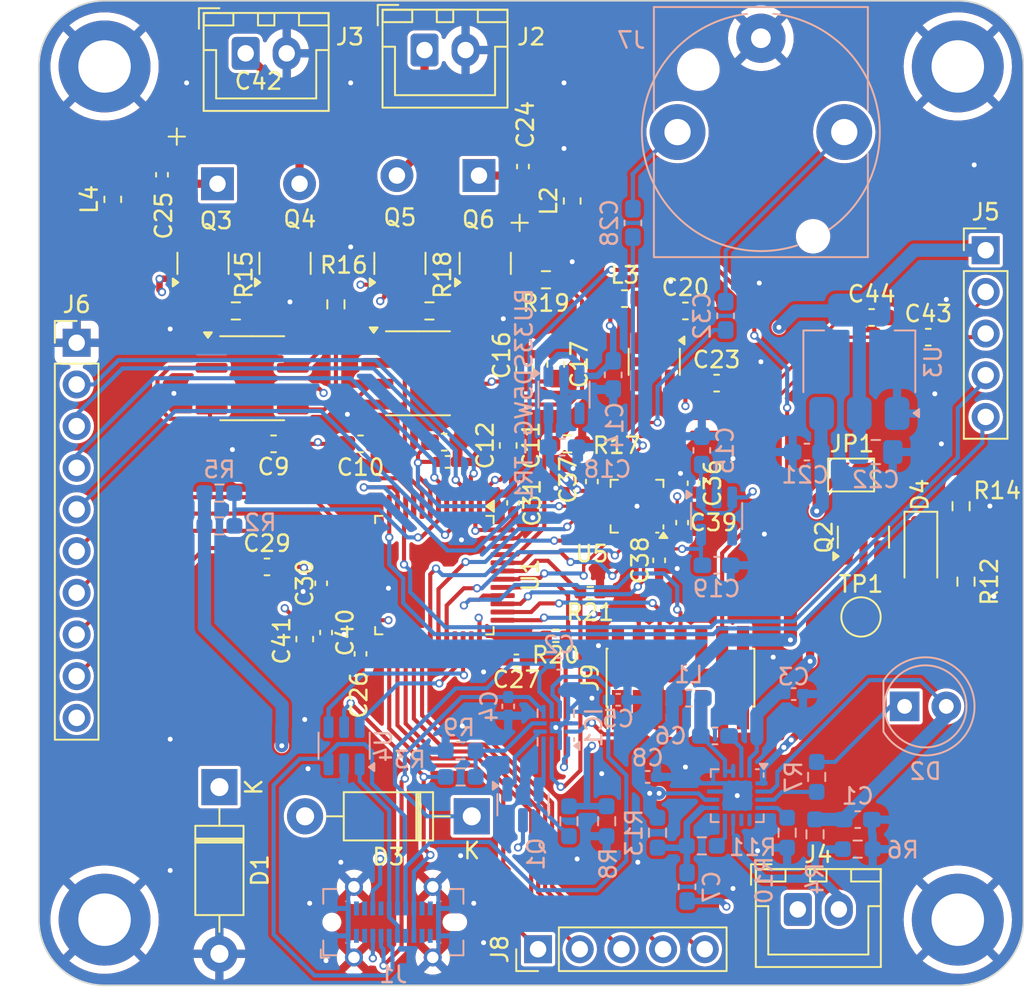
<source format=kicad_pcb>
(kicad_pcb (version 20240108) (generator "pcbnew") (generator_version "8.0")
  (layers (0 "F.Cu" signal) (1 "In1.Cu" signal) (2 "In2.Cu" signal) (31 "B.Cu" signal) (34 "B.Paste" user) (35 "F.Paste" user) (36 "B.SilkS" user "B.Silkscreen") (37 "F.SilkS" user "F.Silkscreen") (38 "B.Mask" user) (39 "F.Mask" user) (44 "Edge.Cuts" user))
  (net 0 "")
  (net 1 "Net-(BQ25306RTET1-STAT)")
  (net 2 "Net-(BQ25306RTET1-ICHG)")
  (net 5 "V_BAT-")
  (net 6 "Net-(BQ25306RTET1-FB_GND)")
  (net 7 "Net-(BQ25306RTET1-FB)")
  (net 8 "V_BAT+")
  (net 9 "Net-(BQ25306RTET1-SW-Pad13)")
  (net 10 "Net-(BQ25306RTET1-BTST)")
  (net 11 "V_SYS")
  (net 15 "UCPD_CC1")
  (net 16 "Net-(D2-K)")
  (net 17 "Net-(D4-K)")
  (net 18 "Net-(D4-A)")
  (net 19 "Net-(IC1-GATE)")
  (net 20 "Net-(IC1-SOURCE)")
  (net 21 "Net-(D1-K)")
  (net 22 "Net-(Q3-G)")
  (net 23 "Net-(IC1-VBUS_CTRL)")
  (net 24 "Net-(Q4-G)")
  (net 25 "LINEOUT_R")
  (net 26 "LINEOUT_L")
  (net 27 "A Encodeur 1")
  (net 28 "B Encodeur 1")
  (net 29 "A Encodeur 2")
  (net 30 "B Encodeur 2")
  (net 31 "V_sense")
  (net 32 "REGN")
  (net 33 "OUT_L")
  (net 34 "OUT_R")
  (net 35 "band1")
  (net 36 "SYS_MCLK")
  (net 37 "LIGHT")
  (net 39 "TIM3_CH1")
  (net 40 "TIM3_CH2")
  (net 41 "TIM3_CH3")
  (net 42 "TIM3_CH4")
  (net 44 "EQ_BAND_BTN")
  (net 45 "band3")
  (net 46 "Potar_volume")
  (net 47 "band2")
  (net 48 "I2S_SCLK")
  (net 49 "I2S_LRCLK")
  (net 50 "I2S_DIN")
  (net 51 "USB_DM")
  (net 52 "USB_DP")
  (net 53 "I2S_DOUT")
  (net 54 "CTRL_DATA")
  (net 55 "UCPD_CC2")
  (net 56 "CTRL_CLK")
  (net 58 "NRST")
  (net 59 "Net-(C24-Pad1)")
  (net 60 "Net-(C25-Pad1)")
  (net 63 "GND")
  (net 64 "Net-(J3-Pin_1)")
  (net 65 "LINEIN_R")
  (net 66 "LINEIN_L")
  (net 67 "V_AMPLIFIER_L")
  (net 68 "Net-(Q5-G)")
  (net 69 "Net-(Q6-G)")
  (net 70 "V_HO_R")
  (net 71 "V_LO_R")
  (net 72 "V_HO_L")
  (net 73 "V_LO_L")
  (net 76 "band0")
  (net 77 "V_AMPLIFIER_R")
  (net 78 "SWDIO")
  (net 89 "SWCLK")
  (net 90 "SWO")
  (net 91 "Net-(U1-PB8)")
  (net 92 "V_BUS")
  (net 93 "+5V")
  (net 94 "Net-(BU33SD5WG-TR3-VIN)")
  (net 96 "Net-(D3-K)")
  (net 97 "Net-(J2-Pin_1)")
  (net 98 "Net-(U5-VAG)")
  (net 105 "Net-(J1-D+-PadA6)")
  (net 106 "Net-(J1-D--PadA7)")
  (net 112 "+3.3V")
  (net 113 "+1V8")
  (net 114 "+3.3VA")
  (net 115 "UCPD_CC1c")
  (net 116 "UCPD_CC2c")
  (net 117 "Net-(BQ25306RTET1-PMID)")
  (net 118 "Net-(U5-LINEIN_R)")
  (net 119 "Net-(U5-LINEIN_L)")
  (net 120 "Net-(U5-LINEOUT_R)")
  (net 121 "Net-(U5-LINEOUT_L)")
  (footprint "Capacitor_THT:CP_Radial_D10.0mm_P5.00mm" (layer "F.Cu") (at 134.882323 76.15)
    (property "Reference" "C42")
    (property "Value" "2000u")
  )
  (footprint "Capacitor_SMD:C_0402_1005Metric_Pad0.74x0.62mm_HandSolder" (layer "F.Cu") (at 131.5 75.6 90)
    (property "Reference" "C25")
    (property "Value" "10u")
  )
  (footprint "Package_TO_SOT_SMD:SOT-23" (layer "F.Cu") (at 174.25 97.6875 90)
    (property "Reference" "Q2")
    (property "Value" "SI2303CDS-T1-GE3" (hide yes))
  )
  (footprint "Package_DFN_QFN:QFN-20-1EP_3x3mm_P0.4mm_EP1.65x1.65mm" (layer "F.Cu") (at 160.45 95.8 180)
    (property "Reference" "U5")
    (property "Value" "SGTL5000XNLA3")
  )
  (footprint "Package_SO:SOIC-8_3.9x4.9mm_P1.27mm" (layer "F.Cu") (at 147.1 87.7)
    (property "Reference" "UCC27325DR2" (hide yes))
    (property "Value" "~")
  )
  (footprint "Capacitor_SMD:C_0603_1608Metric_Pad1.08x0.95mm_HandSolder" (layer "F.Cu") (at 163.4 83.9)
    (property "Reference" "C20")
    (property "Value" "1u")
  )
  (footprint "Inductor_SMD:L_0603_1608Metric_Pad1.05x0.95mm_HandSolder" (layer "F.Cu") (at 128.5 77.1 90)
    (property "Reference" "L4")
    (property "Value" "6u3")
  )
  (footprint "Package_TO_SOT_SMD:SOT-23" (layer "F.Cu") (at 139 81 90)
    (property "Reference" "Q4")
    (property "Value" "SI2303CDS-T1-GE3" (hide yes))
  )
  (footprint "Resistor_SMD:R_0603_1608Metric_Pad0.98x0.95mm_HandSolder" (layer "F.Cu") (at 180.5 100.4 -90)
    (property "Reference" "R12")
    (property "Value" "1k")
  )
  (footprint "Resistor_SMD:R_0603_1608Metric_Pad0.98x0.95mm_HandSolder" (layer "F.Cu") (at 136 83.9 180)
    (property "Reference" "R15")
    (property "Value" "10" (hide yes))
  )
  (footprint "Capacitor_SMD:C_0402_1005Metric_Pad0.74x0.62mm_HandSolder" (layer "F.Cu") (at 148.9 93.1 180)
    (property "Reference" "C13" (hide yes))
    (property "Value" "100n")
  )
  (footprint "Capacitor_SMD:C_0402_1005Metric_Pad0.74x0.62mm_HandSolder" (layer "F.Cu") (at 163.9 94.4 -90)
    (property "Reference" "C36")
    (property "Value" "100n")
  )
  (footprint "Package_TO_SOT_SMD:SOT-23" (layer "F.Cu") (at 146 81 90)
    (property "Reference" "Q5")
    (property "Value" "SI2304DDS-T1-GE3" (hide yes))
  )
  (footprint "Resistor_SMD:R_0603_1608Metric_Pad0.98x0.95mm_HandSolder" (layer "F.Cu") (at 147.8 83.9 180)
    (property "Reference" "R18")
    (property "Value" "10")
  )
  (footprint "Capacitor_THT:CP_Radial_D10.0mm_P5.00mm" (layer "F.Cu") (at 150.817677 75.65 180)
    (property "Reference" "C35" (hide yes))
    (property "Value" "2000u")
  )
  (footprint "Capacitor_SMD:C_0603_1608Metric_Pad1.08x0.95mm_HandSolder" (layer "F.Cu") (at 153.6 87.4 -90)
    (property "Reference" "C16")
    (property "Value" "0.1u")
  )
  (footprint "Connector_PinHeader_2.54mm:PinHeader_1x05_P2.54mm_Vertical" (layer "F.Cu") (at 181.7 80.2)
    (property "Reference" "J5")
    (property "Value" "Conn_01x05" (hide yes))
  )
  (footprint "Capacitor_SMD:C_0402_1005Metric_Pad0.74x0.62mm_HandSolder" (layer "F.Cu") (at 153.1 105.2 180)
    (property "Reference" "C27")
    (property "Value" "100n")
  )
  (footprint "Diode_THT:D_DO-41_SOD81_P10.16mm_Horizontal" (layer "F.Cu") (at 135 112.92 -90)
    (property "Reference" "D1")
    (property "Value" "1N5817")
  )
  (footprint "Jumper:SolderJumper-2_P1.3mm_Open_TrianglePad1.0x1.5mm" (layer "F.Cu") (at 173.5 93.9 180)
    (property "Reference" "JP1")
    (property "Value" "SolderJumper_2_Open")
  )
  (footprint "Capacitor_SMD:C_0402_1005Metric_Pad0.74x0.62mm_HandSolder" (layer "F.Cu") (at 141.5 103.5 -90)
    (property "Reference" "C40")
    (property "Value" "10n")
  )
  (footprint "Capacitor_SMD:C_0402_1005Metric_Pad0.74x0.62mm_HandSolder" (layer "F.Cu") (at 161.8 99.1 90)
    (property "Reference" "C38")
    (property "Value" "100n")
  )
  (footprint "Resistor_SMD:R_0603_1608Metric_Pad0.98x0.95mm_HandSolder" (layer "F.Cu") (at 156.2 92 180)
    (property "Reference" "R17")
    (property "Value" "510")
  )
  (footprint "Package_SO:SOIC-8_3.9x4.9mm_P1.27mm" (layer "F.Cu") (at 137 88)
    (property "Reference" "UCC27325DR1" (hide yes))
    (property "Value" "~" (hide yes))
  )
  (footprint "Capacitor_SMD:C_0402_1005Metric_Pad0.74x0.62mm_HandSolder" (layer "F.Cu") (at 163.2 96.8 90)
    (property "Reference" "C39")
    (property "Value" "100n")
  )
  (footprint "Capacitor_SMD:C_0603_1608Metric_Pad1.08x0.95mm_HandSolder" (layer "F.Cu") (at 138.3 92)
    (property "Reference" "C9")
    (property "Value" "0.1u")
  )
  (footprint "TestPoint:TestPoint_Pad_D2.0mm" (layer "F.Cu") (at 174.1 102.55)
    (property "Reference" "TP1")
    (property "Value" "TestPoint")
  )
  (footprint "Resistor_SMD:R_0402_1005Metric_Pad0.72x0.64mm_HandSolder" (layer "F.Cu") (at 155.5025 103.7 180)
    (property "Reference" "R20")
    (property "Value" "5.1k")
  )
  (footprint "Capacitor_SMD:C_0402_1005Metric_Pad0.74x0.62mm_HandSolder" (layer "F.Cu") (at 152.9 95.6 -90)
    (property "Reference" "C31")
    (property "Value" "100n")
  )
  (footprint "Inductor_SMD:L_0603_1608Metric_Pad1.05x0.95mm_HandSolder" (layer "F.Cu") (at 156.5 77.2 90)
    (property "Reference" "L2")
    (property "Value" "6u3")
  )
  (footprint "Package_QFP:LQFP-48_7x7mm_P0.5mm" (layer "F.Cu") (at 148.1 100 -90)
    (property "Reference" "U1")
    (property "Value" "STM32G491CET6")
  )
  (footprint "MountingHole:MountingHole_3.2mm_M3_DIN965_Pad" (layer "F.Cu") (at 128 121)
    (property "Reference" "H2" (hide yes))
    (property "Value" "MountingHole_Pad" (hide yes))
  )
  (footprint "Capacitor_SMD:C_0603_1608Metric_Pad1.08x0.95mm_HandSolder" (layer "F.Cu") (at 143.6 92 180)
    (property "Reference" "C10")
    (property "Value" "1.0u")
  )
  (footprint "Resistor_SMD:R_0603_1608Metric_Pad0.98x0.95mm_HandSolder" (layer "F.Cu") (at 180.2 95.8 -90)
    (property "Reference" "R14")
    (property "Value" "10k" (hide yes))
  )
  (footprint "Capacitor_SMD:C_0402_1005Metric_Pad0.74x0.62mm_HandSolder" (layer "F.Cu") (at 141.2 100.5 90)
    (property "Reference" "C30")
    (property "Value" "100n")
  )
  (footprint "Package_TO_SOT_SMD:SOT-23-5" (layer "F.Cu") (at 161.5 87 -90)
    (property "Reference" "BU33SD5WG-TR3" (hide yes))
    (property "Value" "LM1117DT-3.3" (hide yes))
  )
  (footprint "Inductor_SMD:L_0603_1608Metric_Pad1.05x0.95mm_HandSolder" (layer "F.Cu") (at 159.7 83.15)
    (property "Reference" "L3")
    (property "Value" "39n")
  )
  (footprint "Resistor_SMD:R_0402_1005Metric_Pad0.72x0.64mm_HandSolder" (layer "F.Cu") (at 157.5975 101.1 180)
    (property "Reference" "R21")
    (property "Value" "5.1k")
  )
  (footprint "Connector_JST:JST_XH_B2B-XH-A_1x02_P2.50mm_Vertical" (layer "F.Cu") (at 136.6 68.2)
    (property "Reference" "J3")
    (property "Value" "Conn_01x02" (hide yes))
  )
  (footprint "MountingHole:MountingHole_3.2mm_M3_DIN965_Pad" (layer "F.Cu") (at 180 121)
    (property "Reference" "H1" (hide yes))
    (property "Value" "MountingHole_Pad" (hide yes))
  )
  (footprint "Resistor_SMD:R_0603_1608Metric_Pad0.98x0.95mm_HandSolder" (layer "F.Cu") (at 142.1 83.5 90)
    (property "Reference" "R16")
    (property "Value" "10" (hide yes))
  )
  (footprint "Capacitor_SMD:C_0603_1608Metric_Pad1.08x0.95mm_HandSolder" (layer "F.Cu") (at 140.2 103.9 -90)
    (property "Reference" "C41")
    (property "Value" "1u")
  )
  (footprint "Capacitor_SMD:C_0603_1608Metric_Pad1.08x0.95mm_HandSolder" (layer "F.Cu") (at 137.9 99.5)
    (property "Reference" "C29")
    (property "Value" "1u")
  )
  (footprint "Capacitor_SMD:C_0603_1608Metric_Pad1.08x0.95mm_HandSolder" (layer "F.Cu") (at 178.2 85.5)
    (property "Reference" "C43")
    (property "Value" "1u")
  )
  (footprint "Capacitor_SMD:C_0402_1005Metric_Pad0.74x0.62mm_HandSolder" (layer "F.Cu") (at 157.7 94.3 90)
    (property "Reference" "C37")
    (property "Value" "100n")
  )
  (footprint "Capacitor_SMD:C_0402_1005Metric_Pad0.74x0.62mm_HandSolder" (layer "F.Cu") (at 153.5 75.1 90)
    (property "Reference" "C24")
    (property "Value" "10u")
  )
  (footprint "Package_TO_SOT_SMD:SOT-23" (layer "F.Cu") (at 134 81 90)
    (property "Reference" "Q3")
    (property "Value" "SI2304DDS-T1-GE3" (hide yes))
  )
  (footprint "Connector_PinHeader_1.27mm:PinHeader_2x07_P1.27mm_Vertical_SMD" (layer "F.Cu") (at 163.1 106.25 90)
    (property "Reference" "J9")
    (property "Value" "Conn_ST_STDC14" (hide yes))
  )
  (footprint "MountingHole:MountingHole_3.2mm_M3_DIN965_Pad" (layer "F.Cu") (at 128 69)
    (property "Reference" "H4" (hide yes))
    (property "Value" "MountingHole_Pad" (hide yes))
  )
  (footprint "Capacitor_SMD:C_0402_1005Metric_Pad0.74x0.62mm_HandSolder" (layer "F.Cu") (at 143.6 104.8 90)
    (property "Reference" "C26")
    (property "Value" "100n")
  )
  (footprint "Diode_THT:D_DO-41_SOD81_P10.16mm_Horizontal" (layer "F.Cu") (at 150.38 114.7 180)
    (property "Reference" "D3")
    (property "Value" "1N5817")
  )
  (footprint "Connector_PinHeader_2.54mm:PinHeader_1x10_P2.54mm_Vertical" (layer "F.Cu") (at 126.3 85.84)
    (property "Reference" "J6")
    (property "Value" "Conn_01x10")
  )
  (footprint "Capacitor_SMD:C_0603_1608Metric_Pad1.08x0.95mm_HandSolder" (layer "F.Cu") (at 174.75 84.3)
    (property "Reference" "C44")
    (property "Value" "1u")
  )
  (footprint "Connector_JST:JST_XH_B2B-XH-A_1x02_P2.50mm_Vertical" (layer "F.Cu") (at 147.5 68)
    (property "Reference" "J2")
    (property "Value" "Conn_01x02")
  )
  (footprint "Resistor_SMD:R_0603_1608Metric_Pad0.98x0.95mm_HandSolder" (layer "F.Cu") (at 154.9 82 180)
    (property "Reference" "R19")
    (property "Value" "10")
  )
  (footprint "Capacitor_SMD:C_0603_1608Metric_Pad1.08x0.95mm_HandSolder" (layer "F.Cu") (at 152.6 92.1 -90)
    (property "Reference" "C11")
    (property "Value" "4.7u")
  )
  (footprint "Connector_JST:JST_XH_B2B-XH-A_1x02_P2.50mm_Vertical" (layer "F.Cu") (at 170.25 120.375)
    (property "Reference" "J4")
    (property "Value" "Conn_01x02" (hide yes))
  )
  (footprint "Connector_PinHeader_2.54mm:PinHeader_1x05_P2.54mm_Vertical" (layer "F.Cu") (at 154.42 122.8 90)
    (property "Reference" "J8")
    (property "Value" "Conn_01x05" (hide yes))
  )
  (footprint "Package_TO_SOT_SMD:SOT-23" (layer "F.Cu") (at 151.2 81 90)
    (property "Reference" "Q6")
    (property "Value" "SI2303CDS-T1-GE3" (hide yes))
  )
  (footprint "Capacitor_SMD:C_0603_1608Metric_Pad1.08x0.95mm_HandSolder" (layer "F.Cu") (at 155.5 87.1625 -90)
    (property "Reference" "C17")
    (property "Value" "1.0u")
  )
  (footprint "Capacitor_SMD:C_0603_1608Metric_Pad1.08x0.95mm_HandSolder" (layer "F.Cu") (at 148.7 91.9 180)
    (property "Reference" "C12")
    (property "Value" "1u")
  )
  (footprint "Capacitor_SMD:C_0603_1608Metric_Pad1.08x0.95mm_HandSolder" (layer "F.Cu") (at 165.3 88.3)
    (property "Reference" "C23")
    (property "Value" "1u")
  )
  (footprint "Diode_SMD:D_SOD-123" (layer "F.Cu") (at 177.75 98.5 -90)
    (property "Reference" "D4")
    (property "Value" "1N4148W" (hide yes))
  )
  (footprint "MountingHole:MountingHole_3.2mm_M3_DIN965_Pad" (layer "F.Cu") (at 180 69)
    (property "Reference" "H3" (hide yes))
    (property "Value" "MountingHole_Pad" (hide yes))
  )
  (footprint "Package_TO_SOT_SMD:SOT-23-5" (layer "B.Cu") (at 156 89 -90)
    (property "Reference" "BU33SD5WG-TR1")
    (property "Value" "LM1117DT-3.3")
  )
  (footprint "Capacitor_SMD:C_0402_1005Metric_Pad0.74x0.62mm_HandSolder" (layer "B.Cu") (at 170 107.25)
    (property "Reference" "C3")
    (property "Value" "10u")
  )
  (footprint "Capacitor_SMD:C_0805_2012Metric_Pad1.18x1.45mm_HandSolder" (layer "B.Cu") (at 175 92.5)
    (property "Reference" "C22")
    (property "Value" "22u")
  )
  (footprint "Capacitor_SMD:C_0603_1608Metric_Pad1.08x0.95mm_HandSolder" (layer "B.Cu") (at 155.9 92.2)
    (property "Reference" "C18")
    (property "Value" "1u")
  )
  (footprint "Capacitor_SMD:C_0603_1608Metric_Pad1.08x0.95mm_HandSolder" (layer "B.Cu") (at 165.3 99.4)
    (property "Reference" "C19")
    (property "Value" "1u")
  )
  (footprint "Connector_Audio:Jack_6.35mm_Neutrik_NJ3FD-V_Vertical" (layer "B.Cu") (at 168 67.28 180)
    (property "Reference" "J7")
    (property "Value" "AudioJack3")
  )
  (footprint "Package_DFN_QFN:LQFN-12-1EP_2x2mm_P0.5mm_EP0.7x0.7mm" (layer "B.Cu") (at 155.5 109.2875 90)
    (property "Reference" "IC1")
    (property "Value" "TCPP01-M12")
  )
  (footprint "Package_TO_SOT_SMD:SOT-23" (layer "B.Cu") (at 153.5 114 -90)
    (property "Reference" "Q1")
    (property "Value" "SI2304DDS-T1-GE3")
  )
  (footprint "Package_DFN_QFN:WQFN-16-1EP_3x3mm_P0.5mm_EP1.75x1.75mm" (layer "B.Cu") (at 166.56 113.44 180)
    (property "Reference" "BQ25306RTET1" (hide yes))
    (property "Value" "~")
  )
  (footprint "Capacitor_SMD:C_0603_1608Metric_Pad1.08x0.95mm_HandSolder" (layer "B.Cu") (at 160.2 78.5375 -90)
    (property "Reference" "C28")
    (property "Value" "1u")
  )
  (footprint "Resistor_SMD:R_0603_1608Metric_Pad0.98x0.95mm_HandSolder" (layer "B.Cu") (at 171.4 112.3 90)
    (property "Reference" "R7")
    (property "Value" "1k" (hide yes))
  )
  (footprint "Capacitor_SMD:C_0603_1608Metric_Pad1.08x0.95mm_HandSolder" (layer "B.Cu") (at 165.85 84.2 -90)
    (property "Reference" "C32")
    (property "Value" "1u")
  )
  (footprint "Capacitor_SMD:C_0603_1608Metric_Pad1.08x0.95mm_HandSolder" (layer "B.Cu") (at 173.9 114.9 180)
    (property "Reference" "C1")
    (property "Value" "2.2u")
  )
  (footprint "Resistor_SMD:R_0603_1608Metric_Pad0.98x0.95mm_HandSolder" (layer "B.Cu") (at 173.9 116.7)
    (property "Reference" "R6")
    (property "Value" "23.2k" (hide yes))
  )
  (footprint "Capacitor_SMD:C_0603_1608Metric_Pad1.08x0.95mm_HandSolder" (layer "B.Cu") (at 170.8 92.5 180)
    (property "Reference" "C21")
    (property "Value" "10u")
  )
  (footprint "LED_THT:LED_D5.0mm_IRGrey" (layer "B.Cu") (at 176.76 108)
    (property "Reference" "D2")
    (property "Value" "LED_Small")
  )
  (footprint "Resistor_SMD:R_0603_1608Metric_Pad0.98x0.95mm_HandSolder" (layer "B.Cu") (at 169.6 115.7 -90)
    (property "Reference" "R10")
    (property "Value" "23.2k")
  )
  (footprint "Capacitor_SMD:C_0402_1005Metric_Pad0.74x0.62mm_HandSolder" (layer "B.Cu") (at 155.7 105.4 180)
    (property "Reference" "C2")
    (property "Value" "10u")
  )
  (footprint "Resistor_SMD:R_0603_1608Metric_Pad0.98x0.95mm_HandSolder" (layer "B.Cu") (at 156.3 115 90)
    (property "Reference" "R1" (hide yes))
    (property "Value" "~")
  )
  (footprint "Capacitor_SMD:C_0402_1005Metric_Pad0.74x0.62mm_HandSolder" (layer "B.Cu") (at 159.3 107.6)
    (property "Reference" "C5")
    (property "Value" "10u")
  )
  (footprint "Resistor_SMD:R_0603_1608Metric_Pad0.98x0.95mm_HandSolder" (layer "B.Cu") (at 164.4 116.5 180)
    (property "Reference" "R11")
    (property "Value" "200k")
  )
  (footprint "Capacitor_SMD:C_0603_1608Metric_Pad1.08x0.95mm_HandSolder" (layer "B.Cu") (at 164.4 92.4 90)
    (property "Reference" "C15")
    (property "Value" "1u")
  )
  (footprint "Package_TO_SOT_SMD:SOT-223-3_TabPin2" (layer "B.Cu") (at 174 87 90)
    (property "Reference" "U3")
    (property "Value" "AZ1117-5.0")
  )
  (footprint "Resistor_SMD:R_0603_1608Metric_Pad0.98x0.95mm_HandSolder" (layer "B.Cu") (at 158.6 115 -90)
    (property "Reference" "R8")
    (property "Value" "~")
  )
  (footprint "Resistor_SMD:R_0603_1608Metric_Pad0.98x0.95mm_HandSolder" (layer "B.Cu") (at 135 97 180)
    (property "Reference" "R2")
    (property "Value" "~" (hide yes))
  )
  (footprint "Capacitor_SMD:C_0603_1608Metric_Pad1.08x0.95mm_HandSolder" (layer "B.Cu") (at 159 87.8 -90)
    (property "Reference" "C14")
    (property "Value" "1u")
  )
  (footprint "Resistor_SMD:R_0603_1608Metric_Pad0.98x0.95mm_HandSolder" (layer "B.Cu") (at 149.7 112.3)
    (property "Reference" "R3")
    (property "Value" "~")
  )
  (footprint "Package_TO_SOT_SMD:SOT-23-6" (layer "B.Cu") (at 142.6 110.4 90)
    (property "Reference" "U4")
    (property "Value" "USBLC6-2SC6")
  )
  (footprint "Capacitor_SMD:C_0603_1608Metric_Pad1.08x0.95mm_HandSolder" (layer "B.Cu") (at 163.5 119 90)
    (property "Reference" "C7")
    (property "Value" "470u")
  )
  (footprint "Connector_USB:USB_C_Receptacle_GCT_USB4115-03-C" (layer "B.Cu") (at 145.6 121.15)
    (property "Reference" "J1")
    (property "Value" "USB_C_Receptacle")
  )
  (footprint "Resistor_SMD:R_0603_1608Metric_Pad0.98x0.95mm_HandSolder" (layer "B.Cu") (at 161.7 115.7 -90)
    (property "Reference" "R13")
    (property "Value" "1M1")
  )
  (footprint "Capacitor_SMD:C_0402_1005Metric_Pad0.74x0.62mm_HandSolder" (layer "B.Cu") (at 161.1 112.3 180)
    (property "Reference" "C8")
    (property "Value" "10u")
  )
  (footprint "Capacitor_SMD:C_0402_1005Metric_Pad0.74x0.62mm_HandSolder" (layer "B.Cu") (at 152.6 108 -90)
    (property "Reference" "C4")
    (property "Value" "10u")
  )
  (footprint "Package_TO_SOT_SMD:SOT-23-5" (layer "B.Cu") (at 165.3 96.4 -90)
    (property "Reference" "BU33SD5WG-TR2" (hide yes))
    (property "Value" "LM1117DT-3.3")
  )
  (footprint "Resistor_SMD:R_0603_1608Metric_Pad0.98x0.95mm_HandSolder" (layer "B.Cu") (at 135 95 180)
    (property "Reference" "R5")
    (property "Value" "~")
  )
  (footprint "Capacitor_SMD:C_0603_1608Metric_Pad1.08x0.95mm_HandSolder" (layer "B.Cu") (at 165.2 109.8 180)
    (property "Reference" "C6")
    (property "Value" "47nF")
  )
  (footprint "Resistor_SMD:R_0603_1608Metric_Pad0.98x0.95mm_HandSolder" (layer "B.Cu") (at 149.7 110.7 180)
    (property "Reference" "R9")
    (property "Value" "~" (hide yes))
  )
  (footprint "Inductor_SMD:L_0603_1608Metric_Pad1.05x0.95mm_HandSolder" (layer "B.Cu") (at 163.6 107.5 180)
    (property "Reference" "L1")
    (property "Value" "2.2u")
  )
  (footprint "Resistor_SMD:R_0603_1608Metric_Pad0.98x0.95mm_HandSolder" (layer "B.Cu") (at 171.3 115.8 -90)
    (property "Reference" "R4")
    (property "Value" "4.5k")
  )
  (gr_arc (start 184 121) (mid 182.828427 123.828427) (end 180 125) (stroke (width 0.1)) (layer "Edge.Cuts"))
  (gr_line (start 180 125) (end 128 125) (stroke (width 0.1)) (layer "Edge.Cuts"))
  (gr_line (start 124 121) (end 124 69) (stroke (width 0.1)) (layer "Edge.Cuts"))
  (gr_arc (start 124 69) (mid 125.171573 66.171573) (end 128 65) (stroke (width 0.1)) (layer "Edge.Cuts"))
  (gr_arc (start 180 65) (mid 182.828427 66.171573) (end 184 69) (stroke (width 0.1)) (layer "Edge.Cuts"))
  (gr_line (start 128 65) (end 180 65) (stroke (width 0.1)) (layer "Edge.Cuts"))
  (gr_arc (start 128 125) (mid 125.171573 123.828427) (end 124 121) (stroke (width 0.1)) (layer "Edge.Cuts"))
  (gr_line (start 184 69) (end 184 121) (stroke (width 0.1)) (layer "Edge.Cuts"))
  (segment (start 169.2875 113.2125) (end 168.81 113.69) (width 0.25) (layer "B.Cu") (net 1))
  (segment (start 168.81 113.69) (end 168.035 113.69) (width 0.25) (layer "B.Cu") (net 1))
  (segment (start 171.4 113.2125) (end 169.2875 113.2125) (width 0.25) (layer "B.Cu") (net 1))
  (segment (start 168.035 114.19) (end 169.0025 114.19) (width 0.25) (layer "B.Cu") (net 2))
  (segment (start 169.0025 114.19) (end 169.6 114.7875) (width 0.25) (layer "B.Cu") (net 2))
  (segment (start 166.5 116) (end 166.31 115.81) (width 0.2) (layer "B.Cu") (net 5))
  (segment (start 166.5 116) (end 166.5 116.8) (width 0.5) (layer "B.Cu") (net 5))
  (segment (start 171.3 117.8) (end 170.7 118.4) (width 0.5) (layer "B.Cu") (net 5))
  (segment (start 170.6 118.5) (end 171.7 118.5) (width 0.5) (layer "B.Cu") (net 5))
  (segment (start 172.75 119.55) (end 172.75 120.375) (width 0.5) (layer "B.Cu") (net 5))
  (segment (start 168.2 118.5) (end 170.6 118.5) (width 0.5) (layer "B.Cu") (net 5))
  (segment (start 172.975 116.7125) (end 172.9875 116.7) (width 0.5) (layer "B.Cu") (net 5))
  (segment (start 171.3 116.7125) (end 171.3 117.8) (width 0.5) (layer "B.Cu") (net 5))
  (segment (start 171.7 118.5) (end 172.75 119.55) (width 0.5) (layer "B.Cu") (net 5))
  (segment (start 171.3 116.7125) (end 172.975 116.7125) (width 0.5) (layer "B.Cu") (net 5))
  (segment (start 166.31 115.81) (end 166.31 114.915) (width 0.2) (layer "B.Cu") (net 5))
  (segment (start 172.9875 116.7) (end 172.7875 116.7) (width 0.5) (layer "B.Cu") (net 5))
  (segment (start 170.6 118.5) (end 170.7 118.4) (width 0.5) (layer "B.Cu") (net 5))
  (segment (start 166.5 116.8) (end 168.2 118.5) (width 0.5) (layer "B.Cu") (net 5))
  (segment (start 165.3125 116.5) (end 165.81 116.0025) (width 0.25) (layer "B.Cu") (net 6))
  (segment (start 165.81 116.0025) (end 165.81 115.035) (width 0.25) (layer "B.Cu") (net 6))
  (segment (start 163.4875 115.4) (end 163.4875 115.1125) (width 0.4) (layer "B.Cu") (net 7))
  (segment (start 163.4875 115.1125) (end 164.41 114.19) (width 0.4) (layer "B.Cu") (net 7))
  (segment (start 164.41 114.19) (end 165.085 114.19) (width 0.25) (layer "B.Cu") (net 7))
  (segment (start 163.4875 116.5) (end 163.4875 118.125) (width 0.4) (layer "B.Cu") (net 7))
  (segment (start 161.7 116.6125) (end 163.375 116.6125) (width 0.4) (layer "B.Cu") (net 7))
  (segment (start 163.375 116.6125) (end 163.4875 116.5) (width 0.4) (layer "B.Cu") (net 7))
  (segment (start 163.4875 115.4) (end 163.4875 116.5) (width 0.4) (layer "B.Cu") (net 7))
  (segment (start 173.275 98.625) (end 173.3 98.625) (width 0.8) (layer "F.Cu") (net 8))
  (segment (start 169.8 103.95) (end 169.8 102.1) (width 0.8) (layer "F.Cu") (net 8))
  (segment (start 170.25 120.375) (end 169.875 120.375) (width 0.2) (layer "F.Cu") (net 8))
  (segment (start 169.8 102.1) (end 173.275 98.625) (width 0.8) (layer "F.Cu") (net 8))
  (via (at 165.9 120.2) (size 0.5) (drill 0.3) (layers "F.Cu" "B.Cu") (net 8))
  (via (at 169.8 103.95) (size 0.5) (drill 0.3) (layers "F.Cu" "B.Cu") (net 8))
  (via (at 161.2225 113.3) (size 0.5) (drill 0.3) (layers "F.Cu" "B.Cu") (net 8))
  (via (at 161.8 113.3) (size 0.5) (drill 0.3) (layers "F.Cu" "B.Cu") (net 8))
  (segment (start 161.2225 114.31) (end 161.7 114.7875) (width 0.8) (layer "B.Cu") (net 8))
  (segment (start 165.5625 119.8625) (end 165.9 120.2) (width 0.4) (layer "B.Cu") (net 8))
  (segment (start 164.2 113.3) (end 164.59 113.69) (width 0.25) (layer "B.Cu") (net 8))
  (segment (start 160.5325 112.61) (end 160.5325 112.3) (width 0.8) (layer "B.Cu") (net 8))
  (segment (start 162.6 109.0625) (end 162.6 107.1) (width 0.8) (layer "B.Cu") (net 8))
  (segment (start 161.2225 113.3) (end 160.5325 112.61) (width 0.8) (layer "B.Cu") (net 8))
  (segment (start 161.2225 113.3) (end 161.2225 114.31) (width 0.8) (layer "B.Cu") (net 8))
  (segment (start 163.5 119.8625) (end 165.5625 119.8625) (width 0.4) (layer "B.Cu") (net 8))
  (segment (start 160.5325 112.3) (end 160.5325 111.13) (width 0.8) (layer "B.Cu") (net 8))
  (segment (start 160.5325 111.13) (end 162.6 109.0625) (width 0.8) (layer "B.Cu") (net 8))
  (segment (start 162.6 107.1) (end 165.75 103.95) (width 0.8) (layer "B.Cu") (net 8))
  (segment (start 161.8 113.3) (end 164.2 113.3) (width 0.25) (layer "B.Cu") (net 8))
  (segment (start 161.2225 113.3) (end 161.8 113.3) (width 0.8) (layer "B.Cu") (net 8))
  (segment (start 165.75 103.95) (end 169.8 103.95) (width 0.8) (layer "B.Cu") (net 8))
  (segment (start 164.59 113.69) (end 165.085 113.69) (width 0.25) (layer "B.Cu") (net 8))
  (segment (start 166.31 111.965) (end 165.93 111.965) (width 0.25) (layer "B.Cu") (net 9))
  (segment (start 165.81 111.965) (end 165.81 111.2725) (width 0.25) (layer "B.Cu") (net 9))
  (segment (start 164.3375 109.8) (end 164.3375 107.6375) (width 0.8) (layer "B.Cu") (net 9))
  (segment (start 164.3375 107.6375) (end 164.475 107.5) (width 0.8) (layer "B.Cu") (net 9))
  (segment (start 165.81 111.2725) (end 164.3375 109.8) (width 0.25) (layer "B.Cu") (net 9))
  (segment (start 166.31 111.6225) (end 166.31 111.965) (width 0.25) (layer "B.Cu") (net 9))
  (segment (start 166.81 110.5475) (end 166.0625 109.8) (width 0.25) (layer "B.Cu") (net 10))
  (segment (start 166.81 112.085) (end 166.81 110.5475) (width 0.25) (layer "B.Cu") (net 10))
  (segment (start 144.6875 82.3) (end 145.05 81.9375) (width 0.25) (layer "F.Cu") (net 11))
  (segment (start 145.05 83.05) (end 144.8 83.3) (width 0.25) (layer "F.Cu") (net 11))
  (segment (start 171.4 96.1) (end 171.4 95.275) (width 0.5) (layer "F.Cu") (net 11))
  (segment (start 171.4 95.275) (end 172.775 93.9) (width 0.5) (layer "F.Cu") (net 11))
  (segment (start 131.35 81.95) (end 131.35 82.6) (width 0.4) (layer "F.Cu") (net 11))
  (segment (start 131.85 81.9375) (end 133.05 81.9375) (width 0.4) (layer "F.Cu") (net 11))
  (segment (start 131.35 82.6) (end 131.5 82.75) (width 0.4) (layer "F.Cu") (net 11))
  (segment (start 145.05 81.9375) (end 145.05 83.05) (width 0.25) (layer "F.Cu") (net 11))
  (segment (start 131.3625 81.9375) (end 131.85 81.9375) (width 0.4) (layer "F.Cu") (net 11))
  (segment (start 171.4 96.1) (end 171.4 96) (width 0.25) (layer "F.Cu") (net 11))
  (segment (start 143.6 82.3) (end 144.6875 82.3) (width 0.25) (layer "F.Cu") (net 11))
  (segment (start 131.35 81.95) (end 131.3625 81.9375) (width 0.25) (layer "F.Cu") (net 11))
  (via (at 131.35 81.95) (size 0.5) (drill 0.3) (layers "F.Cu" "B.Cu") (net 11))
  (via (at 144.8 83.3) (size 0.5) (drill 0.3) (layers "F.Cu" "B.Cu") (net 11))
  (via (at 143.6 82.3) (size 0.5) (drill 0.3) (layers "F.Cu" "B.Cu") (net 11))
  (via (at 131.5 82.75) (size 0.5) (drill 0.3) (layers "F.Cu" "B.Cu") (net 11))
  (via (at 171.4 96.1) (size 0.6) (drill 0.3) (layers "F.Cu" "B.Cu") (net 11))
  (segment (start 171.6625 90.1875) (end 171.6625 94.4125) (width 0.8) (layer "B.Cu") (net 11))
  (segment (start 171.6625 94.4125) (end 171.75 94.5) (width 0.8) (layer "B.Cu") (net 11))
  (segment (start 171.75 95.75) (end 171.4 96.1) (width 0.8) (layer "B.Cu") (net 11))
  (segment (start 171.7 90.15) (end 171.6625 90.1875) (width 0.8) (layer "B.Cu") (net 11))
  (segment (start 171.7 94.45) (end 171.75 94.5) (width 0.25) (layer "B.Cu") (net 11))
  (segment (start 171.75 94.5) (end 171.75 95.75) (width 0.8) (layer "B.Cu") (net 11))
  (segment (start 157 111.9) (end 157 100.900001) (width 0.25) (layer "F.Cu") (net 15))
  (segment (start 155.8 112.9) (end 156 112.9) (width 0.25) (layer "F.Cu") (net 15))
  (segment (start 154.275 99.125) (end 153.65 99.75) (width 0.25) (layer "F.Cu") (net 15))
  (segment (start 153.65 99.75) (end 152.1625 99.75) (width 0.25) (layer "F.Cu") (net 15))
  (segment (start 157 101.1) (end 155.025 99.125) (width 0.25) (layer "F.Cu") (net 15))
  (segment (start 155.025 99.125) (end 154.275 99.125) (width 0.25) (layer "F.Cu") (net 15))
  (segment (start 156 112.9) (end 157 111.9) (width 0.25) (layer "F.Cu") (net 15))
  (segment (start 157.000001 100.9) (end 157 100.900001) (width 0.25) (layer "F.Cu") (net 15))
  (via (at 155.8 112.9) (size 0.5) (drill 0.3) (layers "F.Cu" "B.Cu") (net 15))
  (segment (start 155.25 112.35) (end 155.25 110.25) (width 0.25) (layer "B.Cu") (net 15))
  (segment (start 155.8 112.9) (end 155.25 112.35) (width 0.25) (layer "B.Cu") (net 15))
  (segment (start 171.4 111.3875) (end 172.5125 111.3875) (width 0.25) (layer "B.Cu") (net 16))
  (segment (start 171.4 111.4875) (end 171.4 111.3875) (width 0.25) (layer "B.Cu") (net 16))
  (segment (start 175.9 108) (end 176.76 108) (width 0.25) (layer "B.Cu") (net 16))
  (segment (start 172.5125 111.3875) (end 175.9 108) (width 0.25) (layer "B.Cu") (net 16))
  (segment (start 176.975 96.85) (end 177.75 96.85) (width 0.4) (layer "F.Cu") (net 17))
  (segment (start 177.8875 96.7125) (end 177.75 96.85) (width 0.4) (layer "F.Cu") (net 17))
  (segment (start 175.2 98.625) (end 176.975 96.85) (width 0.4) (layer "F.Cu") (net 17))
  (segment (start 180.2 96.7125) (end 177.8875 96.7125) (width 0.4) (layer "F.Cu") (net 17))
  (segment (start 178.95 100.15) (end 177.75 100.15) (width 0.4) (layer "F.Cu") (net 18))
  (segment (start 180.5 99.4875) (end 179.6125 99.4875) (width 0.4) (layer "F.Cu") (net 18))
  (segment (start 179.6125 99.4875) (end 178.95 100.15) (width 0.4) (layer "F.Cu") (net 18))
  (segment (start 154.325 109.748114) (end 154.325 109.775) (width 0.25) (layer "B.Cu") (net 19))
  (segment (start 154.325 109.775) (end 153 111.1) (width 0.25) (layer "B.Cu") (net 19))
  (segment (start 154.535614 109.5375) (end 154.325 109.748114) (width 0.25) (layer "B.Cu") (net 19))
  (segment (start 154.5375 109.5375) (end 154.535614 109.5375) (width 0.25) (layer "B.Cu") (net 19))
  (segment (start 153 112.6125) (end 152.55 113.0625) (width 0.25) (layer "B.Cu") (net 19))
  (segment (start 153 111.1) (end 153 112.6125) (width 0.25) (layer "B.Cu") (net 19))
  (segment (start 156.3 115.9125) (end 154.45 114.0625) (width 0.25) (layer "B.Cu") (net 20))
  (segment (start 156.4 115.9125) (end 156.3 115.9125) (width 0.25) (layer "B.Cu") (net 20))
  (segment (start 154.75 110.25) (end 154.75 112.7625) (width 0.25) (layer "B.Cu") (net 20))
  (segment (start 154.75 112.7625) (end 154.45 113.0625) (width 0.25) (layer "B.Cu") (net 20))
  (segment (start 154.45 114.0625) (end 154.45 113.0625) (width 0.25) (layer "B.Cu") (net 20))
  (segment (start 147.45 112.25) (end 143 107.8) (width 0.25) (layer "F.Cu") (net 21))
  (segment (start 147.45 112.3) (end 147.45 112.25) (width 0.25) (layer "F.Cu") (net 21))
  (segment (start 147.45 112.3) (end 147.45 116.65) (width 0.25) (layer "F.Cu") (net 21))
  (segment (start 147.45 116.65) (end 147.857428 117.057428) (width 0.25) (layer "F.Cu") (net 21))
  (via (at 147.857428 117.057428) (size 0.5) (drill 0.3) (layers "F.Cu" "B.Cu") (net 21))
  (via (at 143 107.8) (size 0.5) (drill 0.3) (layers "F.Cu" "B.Cu") (net 21))
  (via (at 147.45 112.3) (size 0.5) (drill 0.3) (layers "F.Cu" "B.Cu") (net 21))
  (via (at 153.2 116.6) (size 0.5) (drill 0.3) (layers "F.Cu" "B.Cu") (net 21))
  (via (at 144.35 123.35) (size 0.5) (drill 0.3) (layers "F.Cu" "B.Cu") (net 21))
  (via (at 144.8 117.3) (size 0.5) (drill 0.3) (layers "F.Cu" "B.Cu") (net 21))
  (segment (start 142.6 108.2) (end 143 107.8) (width 0.25) (layer "B.Cu") (net 21))
  (segment (start 144.35 119.25) (end 144.35 120.315) (width 0.25) (layer "B.Cu") (net 21))
  (segment (start 147.45 112.3) (end 148.7875 112.3) (width 0.25) (layer "B.Cu") (net 21))
  (segment (start 144.8 118.8) (end 144.35 119.25) (width 0.25) (layer "B.Cu") (net 21))
  (segment (start 144.8 117.3) (end 144.8 118.8) (width 0.25) (layer "B.Cu") (net 21))
  (segment (start 153.5 116.3) (end 153.5 114.9375) (width 0.25) (layer "B.Cu") (net 21))
  (segment (start 153.2 116.6) (end 153.5 116.3) (width 0.25) (layer "B.Cu") (net 21))
  (segment (start 147.857428 117.057428) (end 146.85 118.064856) (width 0.25) (layer "B.Cu") (net 21))
  (segment (start 146.85 118.064856) (end 146.85 121.67) (width 0.25) (layer "B.Cu") (net 21))
  (segment (start 140.417082 114.7) (end 140.22 114.7) (width 0.25) (layer "B.Cu") (net 21))
  (segment (start 144.35 123.35) (end 144.35 121.67) (width 0.25) (layer "B.Cu") (net 21))
  (segment (start 142.6 109.2625) (end 142.6 108.2) (width 0.25) (layer "B.Cu") (net 21))
  (segment (start 134.95 83.7625) (end 134.95 82.0375) (width 0.25) (layer "F.Cu") (net 22))
  (segment (start 154.5375 109.0375) (end 154.0625 109.0375) (width 0.25) (layer "B.Cu") (net 23))
  (segment (start 150.6125 112.3) (end 150.6125 110.7) (width 0.25) (layer "B.Cu") (net 23))
  (segment (start 152.4 110.7) (end 150.8125 110.7) (width 0.25) (layer "B.Cu") (net 23))
  (segment (start 154.0625 109.0375) (end 152.4 110.7) (width 0.25) (layer "B.Cu") (net 23))
  (segment (start 150.8125 110.7) (end 150.6625 110.55) (width 0.25) (layer "B.Cu") (net 23))
  (segment (start 140.6 82.5875) (end 142.1 82.5875) (width 0.25) (layer "F.Cu") (net 24))
  (segment (start 139.95 81.9375) (end 140.6 82.5875) (width 0.25) (layer "F.Cu") (net 24))
  (segment (start 179.0625 85.5) (end 181.48 85.5) (width 0.25) (layer "F.Cu") (net 25))
  (segment (start 181.48 85.5) (end 181.7 85.28) (width 0.25) (layer "F.Cu") (net 25))
  (segment (start 181.8 85.505) (end 181.515 85.79) (width 0.2) (layer "F.Cu") (net 25))
  (segment (start 180.465 84.3) (end 180.5575 84.2075) (width 0.2) (layer "F.Cu") (net 26))
  (segment (start 175.6125 84.3) (end 180.465 84.3) (width 0.2) (layer "F.Cu") (net 26))
  (segment (start 180.5575 84.2075) (end 181.8 82.965) (width 0.2) (layer "F.Cu") (net 26))
  (segment (start 150.5 93.8) (end 150.325 93.975) (width 0.25) (layer "F.Cu") (net 27))
  (segment (start 150.325 93.975) (end 150.325 96.275) (width 0.25) (layer "F.Cu") (net 27))
  (via (at 150.5 93.8) (size 0.5) (drill 0.3) (layers "F.Cu" "B.Cu") (net 27))
  (segment (start 150.5 93.8) (end 150.5 92.9) (width 0.25) (layer "B.Cu") (net 27))
  (segment (start 144.5 86.9) (end 128.85 86.9) (width 0.25) (layer "B.Cu") (net 27))
  (segment (start 127.37 88.38) (end 126.3 88.38) (width 0.25) (layer "B.Cu") (net 27))
  (segment (start 150.5 92.9) (end 144.5 86.9) (width 0.25) (layer "B.Cu") (net 27))
  (segment (start 128.85 86.9) (end 127.37 88.38) (width 0.25) (layer "B.Cu") (net 27))
  (segment (start 149.85 94.65) (end 149.85 95.8375) (width 0.25) (layer "F.Cu") (net 28))
  (segment (start 149.4 94.2) (end 149.85 94.65) (width 0.25) (layer "F.Cu") (net 28))
  (via (at 149.4 94.2) (size 0.5) (drill 0.3) (layers "F.Cu" "B.Cu") (net 28))
  (segment (start 126.3 90.2) (end 126.3 90.92) (width 0.25) (layer "B.Cu") (net 28))
  (segment (start 129.1 87.4) (end 126.3 90.2) (width 0.25) (layer "B.Cu") (net 28))
  (segment (start 149.4 92.40104) (end 144.39896 87.4) (width 0.25) (layer "B.Cu") (net 28))
  (segment (start 149.4 94.2) (end 149.4 92.40104) (width 0.25) (layer "B.Cu") (net 28))
  (segment (start 144.39896 87.4) (end 129.1 87.4) (width 0.25) (layer "B.Cu") (net 28))
  (segment (start 149.35 96.95) (end 149.35 95.8375) (width 0.25) (layer "F.Cu") (net 29))
  (segment (start 148.75 97.55) (end 149.35 96.95) (width 0.25) (layer "F.Cu") (net 29))
  (via (at 148.75 97.55) (size 0.5) (drill 0.3) (layers "F.Cu" "B.Cu") (net 29))
  (segment (start 141.2 90) (end 132.3 90) (width 0.25) (layer "B.Cu") (net 29))
  (segment (start 132.3 90) (end 126.3 96) (width 0.25) (layer "B.Cu") (net 29))
  (segment (start 148.75 97.55) (end 141.2 90) (width 0.25) (layer "B.Cu") (net 29))
  (segment (start 148.1 94.05) (end 148.85 94.8) (width 0.25) (layer "F.Cu") (net 30))
  (segment (start 148.85 94.8) (end 148.85 95.8375) (width 0.25) (layer "F.Cu") (net 30))
  (via (at 148.1 94.05) (size 0.5) (drill 0.3) (layers "F.Cu" "B.Cu") (net 30))
  (segment (start 143 88) (end 131 88) (width 0.25) (layer "B.Cu") (net 30))
  (segment (start 126.3 92.7) (end 126.3 93.46) (width 0.25) (layer "B.Cu") (net 30))
  (segment (start 131 88) (end 126.3 92.7) (width 0.25) (layer "B.Cu") (net 30))
  (segment (start 148.1 94.05) (end 148.1 93.1) (width 0.25) (layer "B.Cu") (net 30))
  (segment (start 148.1 93.1) (end 143 88) (width 0.25) (layer "B.Cu") (net 30))
  (segment (start 147.3 97.7) (end 148.35 96.65) (width 0.25) (layer "F.Cu") (net 31))
  (segment (start 148.35 96.65) (end 148.35 95.8375) (width 0.25) (layer "F.Cu") (net 31))
  (segment (start 147.1 97.7) (end 147.3 97.7) (width 0.25) (layer "F.Cu") (net 31))
  (via (at 147.1 97.7) (size 0.5) (drill 0.3) (layers "F.Cu" "B.Cu") (net 31))
  (segment (start 144.74099 96) (end 135.9125 96) (width 0.25) (layer "B.Cu") (net 31))
  (segment (start 135.9125 96) (end 135.9125 95) (width 0.25) (layer "B.Cu") (net 31))
  (segment (start 146.44099 97.7) (end 144.74099 96) (width 0.25) (layer "B.Cu") (net 31))
  (segment (start 147.1 97.7) (end 146.44099 97.7) (width 0.25) (layer "B.Cu") (net 31))
  (segment (start 135.9125 97) (end 135.9125 96) (width 0.25) (layer "B.Cu") (net 31))
  (segment (start 174.6 106.4) (end 177.7 106.4) (width 0.25) (layer "B.Cu") (net 32))
  (segment (start 173.0225 114.8875) (end 179.3 108.61) (width 0.8) (layer "B.Cu") (net 32))
  (segment (start 169 112.8) (end 169 112) (width 0.25) (layer "B.Cu") (net 32))
  (segment (start 177.7 106.4) (end 179.3 108) (width 0.25) (layer "B.Cu") (net 32))
  (segment (start 169 112) (end 174.6 106.4) (width 0.25) (layer "B.Cu") (net 32))
  (segment (start 168.035 113.19) (end 168.61 113.19) (width 0.25) (layer "B.Cu") (net 32))
  (segment (start 179.3 108.41) (end 179.3 108) (width 0.8) (layer "B.Cu") (net 32))
  (segment (start 168.61 113.19) (end 169 112.8) (width 0.25) (layer "B.Cu") (net 32))
  (segment (start 171.3 114.8875) (end 173.0225 114.8875) (width 0.8) (layer "B.Cu") (net 32))
  (segment (start 147.35 94.85104) (end 147.35 95.8375) (width 0.25) (layer "F.Cu") (net 33))
  (segment (start 145.665 87.065) (end 146.3 87.7) (width 0.25) (layer "F.Cu") (net 33))
  (segment (start 144.625 89.605) (end 146.305 89.605) (width 0.25) (layer "F.Cu") (net 33))
  (segment (start 146.3 89.6) (end 146.305 89.605) (width 0.25) (layer "F.Cu") (net 33))
  (segment (start 144.625 87.065) (end 145.665 87.065) (width 0.25) (layer "F.Cu") (net 33))
  (segment (start 146.3 89.61) (end 146.3 93.80104) (width 0.25) (layer "F.Cu") (net 33))
  (segment (start 146.3 93.80104) (end 147.35 94.85104) (width 0.25) (layer "F.Cu") (net 33))
  (segment (start 146.305 89.605) (end 146.3 89.61) (width 0.25) (layer "F.Cu") (net 33))
  (segment (start 146.3 87.7) (end 146.3 89.6) (width 0.25) (layer "F.Cu") (net 33))
  (segment (start 134.425001 92.425001) (end 136.1 94.1) (width 0.25) (layer "F.Cu") (net 34))
  (segment (start 134.425001 90.004999) (end 134.425001 90.471) (width 0.25) (layer "F.Cu") (net 34))
  (segment (start 131.225001 88.085) (end 131.945001 87.365) (width 0.25) (layer "F.Cu") (net 34))
  (segment (start 131.225001 89.71495) (end 131.225001 88.085) (width 0.25) (layer "F.Cu") (net 34))
  (segment (start 136.1 94.1) (end 145.9 94.1) (width 0.25) (layer "F.Cu") (net 34))
  (segment (start 131.945001 87.365) (end 135.135 87.365) (width 0.25) (layer "F.Cu") (net 34))
  (segment (start 131.981051 90.471) (end 131.225001 89.71495) (width 0.25) (layer "F.Cu") (net 34))
  (segment (start 134.425001 90.471) (end 134.425001 92.425001) (width 0.25) (layer "F.Cu") (net 34))
  (segment (start 134.425001 90.471) (end 131.981051 90.471) (width 0.25) (layer "F.Cu") (net 34))
  (segment (start 145.9 94.1) (end 146.8 95) (width 0.25) (layer "F.Cu") (net 34))
  (segment (start 134.525 89.905) (end 134.425001 90.004999) (width 0.25) (layer "F.Cu") (net 34))
  (segment (start 146.8 95) (end 146.8 96.3) (width 0.25) (layer "F.Cu") (net 34))
  (segment (start 154.85 119.14792) (end 154.85 114.046879) (width 0.25) (layer "F.Cu") (net 35))
  (segment (start 151.128121 110.325) (end 148.425 110.325) (width 0.25) (layer "F.Cu") (net 35))
  (segment (start 148.425 110.325) (end 146.85 108.75) (width 0.25) (layer "F.Cu") (net 35))
  (segment (start 162.04 122.8) (end 160.015 120.775) (width 0.25) (layer "F.Cu") (net 35))
  (segment (start 156.47708 120.775) (end 154.85 119.14792) (width 0.25) (layer "F.Cu") (net 35))
  (segment (start 160.015 120.775) (end 156.47708 120.775) (width 0.25) (layer "F.Cu") (net 35))
  (segment (start 146.85 108.75) (end 146.85 104.1625) (width 0.25) (layer "F.Cu") (net 35))
  (segment (start 154.85 114.046879) (end 151.128121 110.325) (width 0.25) (layer "F.Cu") (net 35))
  (segment (start 145.85 94.95) (end 145.85 96.25) (width 0.25) (layer "F.Cu") (net 36))
  (segment (start 145.55 94.65) (end 145.85 94.95) (width 0.25) (layer "F.Cu") (net 36))
  (segment (start 155.7 95.8) (end 159 95.8) (width 0.2) (layer "F.Cu") (net 36))
  (segment (start 143.8 94.65) (end 145.55 94.65) (width 0.25) (layer "F.Cu") (net 36))
  (via (at 155.7 95.8) (size 0.5) (drill 0.3) (layers "F.Cu" "B.Cu") (net 36))
  (via (at 143.8 94.65) (size 0.5) (drill 0.3) (layers "F.Cu" "B.Cu") (net 36))
  (segment (start 148.9 98.5) (end 145.05 94.65) (width 0.25) (layer "B.Cu") (net 36))
  (segment (start 145.05 94.65) (end 143.8 94.65) (width 0.25) (layer "B.Cu") (net 36))
  (segment (start 150.6 98.5) (end 148.9 98.5) (width 0.25) (layer "B.Cu") (net 36))
  (segment (start 155.7 95.8) (end 153.3 95.8) (width 0.25) (layer "B.Cu") (net 36))
  (segment (start 153.3 95.8) (end 150.6 98.5) (width 0.25) (layer "B.Cu") (net 36))
  (segment (start 145.35 97.7) (end 145.35 95.8375) (width 0.25) (layer "F.Cu") (net 37))
  (via (at 145.35 97.7) (size 0.5) (drill 0.3) (layers "F.Cu" "B.Cu") (net 37))
  (segment (start 165.460051 103.25) (end 170.089949 103.25) (width 0.25) (layer "B.Cu") (net 37))
  (segment (start 148.1 103.6) (end 165.110051 103.6) (width 0.25) (layer "B.Cu") (net 37))
  (segment (start 145.35 99.35) (end 146.2 100.2) (width 0.25) (layer "B.Cu") (net 37))
  (segment (start 170.135975 103.296025) (end 181.5 91.932) (width 0.25) (layer "B.Cu") (net 37))
  (segment (start 181.5 91.932) (end 181.5 90.87) (width 0.25) (layer "B.Cu") (net 37))
  (segment (start 146.2 101.7) (end 148.1 103.6) (width 0.25) (layer "B.Cu") (net 37))
  (segment (start 165.110051 103.6) (end 165.460051 103.25) (width 0.25) (layer "B.Cu") (net 37))
  (segment (start 145.35 97.7) (end 145.35 99.35) (width 0.25) (layer "B.Cu") (net 37))
  (segment (start 146.2 100.2) (end 146.2 101.7) (width 0.25) (layer "B.Cu") (net 37))
  (segment (start 170.089949 103.25) (end 170.135975 103.296025) (width 0.25) (layer "B.Cu") (net 37))
  (segment (start 143.16759 97.75) (end 140.66759 95.25) (width 0.25) (layer "F.Cu") (net 39))
  (segment (start 140.66759 95.25) (end 129.55 95.25) (width 0.25) (layer "F.Cu") (net 39))
  (segment (start 126.3 98.5) (end 126.3 98.54) (width 0.25) (layer "F.Cu") (net 39))
  (segment (start 129.55 95.25) (end 126.3 98.5) (width 0.25) (layer "F.Cu") (net 39))
  (segment (start 143.9375 97.75) (end 143.16759 97.75) (width 0.25) (layer "F.Cu") (net 39))
  (segment (start 126.33 98.42) (end 126.3 98.42) (width 0.25) (layer "B.Cu") (net 39))
  (segment (start 143.9375 98.25) (end 143.05 98.25) (width 0.25) (layer "F.Cu") (net 40))
  (segment (start 141.05 96.25) (end 131.13 96.25) (width 0.25) (layer "F.Cu") (net 40))
  (segment (start 143.05 98.25) (end 141.05 96.25) (width 0.25) (layer "F.Cu") (net 40))
  (segment (start 131.13 96.25) (end 126.3 101.08) (width 0.25) (layer "F.Cu") (net 40))
  (segment (start 132.62 97.3) (end 126.3 103.62) (width 0.25) (layer "F.Cu") (net 41))
  (segment (start 141.25 97.3) (end 132.62 97.3) (width 0.25) (layer "F.Cu") (net 41))
  (segment (start 143.9375 98.75) (end 142.7 98.75) (width 0.25) (layer "F.Cu") (net 41))
  (segment (start 142.7 98.75) (end 141.25 97.3) (width 0.25) (layer "F.Cu") (net 41))
  (segment (start 142.25 99.25) (end 141.35 98.35) (width 0.25) (layer "F.Cu") (net 42))
  (segment (start 143.9375 99.25) (end 142.25 99.25) (width 0.25) (layer "F.Cu") (net 42))
  (segment (start 134.11 98.35) (end 126.3 106.16) (width 0.25) (layer "F.Cu") (net 42))
  (segment (start 141.35 98.35) (end 134.11 98.35) (width 0.25) (layer "F.Cu") (net 42))
  (segment (start 150.55 111.6) (end 152.3 113.35) (width 0.25) (layer "F.Cu") (net 44))
  (segment (start 152.3 117.6) (end 152.625 117.925) (width 0.25) (layer "F.Cu") (net 44))
  (segment (start 152.625 121.005) (end 154.42 122.8) (width 0.25) (layer "F.Cu") (net 44))
  (segment (start 147.6 111.6) (end 150.55 111.6) (width 0.25) (layer "F.Cu") (net 44))
  (segment (start 152.625 117.925) (end 152.625 121.005) (width 0.25) (layer "F.Cu") (net 44))
  (segment (start 145.35 109.35) (end 145.35 104.1625) (width 0.25) (layer "F.Cu") (net 44))
  (segment (start 145.35 109.35) (end 147.6 111.6) (width 0.25) (layer "F.Cu") (net 44))
  (segment (start 152.3 113.35) (end 152.3 117.6) (width 0.25) (layer "F.Cu") (net 44))
  (segment (start 145.85 109.151041) (end 145.85 104.1625) (width 0.25) (layer "F.Cu") (net 45))
  (segment (start 154 114.398959) (end 150.776041 111.175) (width 0.25) (layer "F.Cu") (net 45))
  (segment (start 154 119.84) (end 154 114.398959) (width 0.25) (layer "F.Cu") (net 45))
  (segment (start 147.873959 111.175) (end 145.85 109.151041) (width 0.25) (layer "F.Cu") (net 45))
  (segment (start 156.96 122.8) (end 154 119.84) (width 0.25) (layer "F.Cu") (net 45))
  (segment (start 150.776041 111.175) (end 147.873959 111.175) (width 0.25) (layer "F.Cu") (net 45))
  (segment (start 146.35 96.60741) (end 146.35 95.8375) (width 0.25) (layer "F.Cu") (net 46))
  (segment (start 146.25 96.70741) (end 146.35 96.60741) (width 0.25) (layer "F.Cu") (net 46))
  (segment (start 146.25 99.35) (end 146.25 96.70741) (width 0.25) (layer "F.Cu") (net 46))
  (via (at 146.25 99.35) (size 0.5) (drill 0.3) (layers "F.Cu" "B.Cu") (net 46))
  (segment (start 146.625 99.725) (end 146.625 101.025) (width 0.25) (layer "B.Cu") (net 46))
  (segment (start 146.625 101.025) (end 148.775 103.175) (width 0.25) (layer "B.Cu") (net 46))
  (segment (start 164.93401 103.175) (end 165.28401 102.825) (width 0.25) (layer "B.Cu") (net 46))
  (segment (start 180 92.83096) (end 180 89.83) (width 0.25) (layer "B.Cu") (net 46))
  (segment (start 165.28401 102.825) (end 170.00596 102.825) (width 0.25) (layer "B.Cu") (net 46))
  (segment (start 170.00596 102.825) (end 180 92.83096) (width 0.25) (layer "B.Cu") (net 46))
  (segment (start 148.775 103.175) (end 164.93401 103.175) (width 0.25) (layer "B.Cu") (net 46))
  (segment (start 146.25 99.35) (end 146.625 99.725) (width 0.25) (layer "B.Cu") (net 46))
  (segment (start 180 89.83) (end 181.5 88.33) (width 0.25) (layer "B.Cu") (net 46))
  (segment (start 148.05 110.75) (end 146.35 109.05) (width 0.25) (layer "F.Cu") (net 47))
  (segment (start 159.5 122.8) (end 157.9 121.2) (width 0.25) (layer "F.Cu") (net 47))
  (segment (start 146.35 109.05) (end 146.35 104.1625) (width 0.25) (layer "F.Cu") (net 47))
  (segment (start 156.30104 121.2) (end 154.425 119.32396) (width 0.25) (layer "F.Cu") (net 47))
  (segment (start 154.425 114.222919) (end 150.952081 110.75) (width 0.25) (layer "F.Cu") (net 47))
  (segment (start 150.952081 110.75) (end 148.05 110.75) (width 0.25) (layer "F.Cu") (net 47))
  (segment (start 157.9 121.2) (end 156.30104 121.2) (width 0.25) (layer "F.Cu") (net 47))
  (segment (start 154.425 119.32396) (end 154.425 114.222919) (width 0.25) (layer "F.Cu") (net 47))
  (segment (start 156.6 97.9) (end 155.4 97.9) (width 0.25) (layer "F.Cu") (net 48))
  (segment (start 159 96.6) (end 157.9 96.6) (width 0.2) (layer "F.Cu") (net 48))
  (segment (start 148.2 99.6) (end 147.85 99.95) (width 0.25) (layer "F.Cu") (net 48))
  (segment (start 157.9 96.6) (end 156.6 97.9) (width 0.2) (layer "F.Cu") (net 48))
  (segment (start 147.85 99.95) (end 147.85 104.1625) (width 0.25) (layer "F.Cu") (net 48))
  (via (at 148.2 99.6) (size 0.5) (drill 0.3) (layers "F.Cu" "B.Cu") (net 48))
  (via (at 155.4 97.9) (size 0.5) (drill 0.3) (layers "F.Cu" "B.Cu") (net 48))
  (segment (start 148.2 99.6) (end 148.6 100) (width 0.25) (layer "B.Cu") (net 48))
  (segment (start 151.2 100) (end 153.3 97.9) (width 0.25) (layer "B.Cu") (net 48))
  (segment (start 153.3 97.9) (end 155.4 97.9) (width 0.25) (layer "B.Cu") (net 48))
  (segment (start 148.6 100) (end 151.2 100) (width 0.25) (layer "B.Cu") (net 48))
  (segment (start 148.35 100.85) (end 148.35 104.1625) (width 0.25) (layer "F.Cu") (net 49))
  (segment (start 150 99.2) (end 148.35 100.85) (width 0.25) (layer "F.Cu") (net 49))
  (segment (start 157.05 96.2) (end 159 96.2) (width 0.2) (layer "F.Cu") (net 49))
  (segment (start 156.2 97.05) (end 157.05 96.2) (width 0.2) (layer "F.Cu") (net 49))
  (via (at 156.2 97.05) (size 0.5) (drill 0.3) (layers "F.Cu" "B.Cu") (net 49))
  (via (at 150 99.2) (size 0.5) (drill 0.3) (layers "F.Cu" "B.Cu") (net 49))
  (segment (start 156.05 97.2) (end 153.2 97.2) (width 0.25) (layer "B.Cu") (net 49))
  (segment (start 151.2 99.2) (end 150 99.2) (width 0.25) (layer "B.Cu") (net 49))
  (segment (start 156.2 97.05) (end 156.05 97.2) (width 0.25) (layer "B.Cu") (net 49))
  (segment (start 153.2 97.2) (end 151.2 99.2) (width 0.25) (layer "B.Cu") (net 49))
  (segment (start 159.1 98.8) (end 160.05 97.85) (width 0.2) (layer "F.Cu") (net 50))
  (segment (start 148.85 101.85) (end 148.85 104.1625) (width 0.25) (layer "F.Cu") (net 50))
  (segment (start 149.9 100.8) (end 148.85 101.85) (width 0.25) (layer "F.Cu") (net 50))
  (segment (start 160.05 97.85) (end 160.05 97.25) (width 0.2) (layer "F.Cu") (net 50))
  (segment (start 150.7 100.8) (end 150.7 100.7) (width 0.25) (layer "F.Cu") (net 50))
  (segment (start 150.7 100.8) (end 149.9 100.8) (width 0.25) (layer "F.Cu") (net 50))
  (via (at 159.1 98.8) (size 0.5) (drill 0.3) (layers "F.Cu" "B.Cu") (net 50))
  (via (at 150.7 100.8) (size 0.5) (drill 0.3) (layers "F.Cu" "B.Cu") (net 50))
  (segment (start 158.8 98.5) (end 155.78995 98.5) (width 0.25) (layer "B.Cu") (net 50))
  (segment (start 155.78995 98.5) (end 155.68995 98.6) (width 0.25) (layer "B.Cu") (net 50))
  (segment (start 159.1 98.8) (end 158.8 98.5) (width 0.25) (layer "B.Cu") (net 50))
  (segment (start 153.20104 98.6) (end 151.00104 100.8) (width 0.25) (layer "B.Cu") (net 50))
  (segment (start 155.68995 98.6) (end 153.20104 98.6) (width 0.25) (layer "B.Cu") (net 50))
  (segment (start 151.00104 100.8) (end 150.7 100.8) (width 0.25) (layer "B.Cu") (net 50))
  (segment (start 148.4 106.6) (end 149.35 105.65) (width 0.25) (layer "F.Cu") (net 51))
  (segment (start 149.35 105.65) (end 149.35 104.1625) (width 0.25) (layer "F.Cu") (net 51))
  (via (at 148.4 106.6) (size 0.5) (drill 0.3) (layers "F.Cu" "B.Cu") (net 51))
  (segment (start 148.4 106.6) (end 145.9 106.6) (width 0.25) (layer "B.Cu") (net 51))
  (segment (start 143.55 108.95) (end 143.55 109.2625) (width 0.25) (layer "B.Cu") (net 51))
  (segment (start 145.9 106.6) (end 143.55 108.95) (width 0.25) (layer "B.Cu") (net 51))
  (segment (start 149.85 104.1625) (end 149.85 105.95) (width 0.25) (layer "F.Cu") (net 52))
  (via (at 149.9 106.1) (size 0.5) (drill 0.3) (layers "F.Cu" "B.Cu") (net 52))
  (segment (start 141.65 108.15) (end 141.65 109.2625) (width 0.25) (layer "B.Cu") (net 52))
  (segment (start 149.8 106) (end 143.8 106) (width 0.25) (layer "B.Cu") (net 52))
  (segment (start 149.9 106.1) (end 149.8 106) (width 0.25) (layer "B.Cu") (net 52))
  (segment (start 143.8 106) (end 141.65 108.15) (width 0.25) (layer "B.Cu") (net 52))
  (segment (start 153.32604 100.175) (end 153.25104 100.25) (width 0.25) (layer "F.Cu") (net 53))
  (segment (start 159.35 97.25) (end 159.65 97.25) (width 0.2) (layer "F.Cu") (net 53))
  (segment (start 153.25104 100.25) (end 152.1625 100.25) (width 0.25) (layer "F.Cu") (net 53))
  (segment (start 154.8 99.9) (end 154.525 100.175) (width 0.25) (layer "F.Cu") (net 53))
  (segment (start 157.2 100.036504) (end 157.2 99.4) (width 0.2) (layer "F.Cu") (net 53))
  (segment (start 154.525 100.175) (end 153.32604 100.175) (width 0.25) (layer "F.Cu") (net 53))
  (segment (start 157.2 99.4) (end 159.35 97.25) (width 0.2) (layer "F.Cu") (net 53))
  (via (at 154.8 99.9) (size 0.5) (drill 0.3) (layers "F.Cu" "B.Cu") (net 53))
  (via (at 157.2 100.036504) (size 0.5) (drill 0.3) (layers "F.Cu" "B.Cu") (net 53))
  (segment (start 157.063496 99.9) (end 157.2 100.036504) (width 0.25) (layer "B.Cu") (net 53))
  (segment (start 154.8 99.9) (end 157.063496 99.9) (width 0.25) (layer "B.Cu") (net 53))
  (segment (start 158.95 100.05) (end 160.45 98.55) (width 0.2) (layer "F.Cu") (net 54))
  (segment (start 155.8 98.6) (end 154.1 98.6) (width 0.25) (layer "F.Cu") (net 54))
  (segment (start 160.45 98.55) (end 160.45 97.25) (width 0.2) (layer "F.Cu") (net 54))
  (segment (start 154.1 98.6) (end 153.45 99.25) (width 0.25) (layer "F.Cu") (net 54))
  (segment (start 156.4 99.2) (end 155.8 98.6) (width 0.25) (layer "F.Cu") (net 54))
  (segment (start 153.45 99.25) (end 152.2625 99.25) (width 0.25) (layer "F.Cu") (net 54))
  (via (at 158.95 100.05) (size 0.5) (drill 0.3) (layers "F.Cu" "B.Cu") (net 54))
  (via (at 156.4 99.2) (size 0.5) (drill 0.3) (layers "F.Cu" "B.Cu") (net 54))
  (segment (start 158.95 100.05) (end 158.1 99.2) (width 0.25) (layer "B.Cu") (net 54))
  (segment (start 158.1 99.2) (end 156.4 99.2) (width 0.25) (layer "B.Cu") (net 54))
  (segment (start 156.1 103.7) (end 156.1 111.6) (width 0.25) (layer "F.Cu") (net 55))
  (segment (start 153.352081 100.75) (end 153.502081 100.6) (width 0.25) (layer "F.Cu") (net 55))
  (segment (start 155.6 100.6) (end 156.25 101.25) (width 0.25) (layer "F.Cu") (net 55))
  (segment (start 153.502081 100.6) (end 155.6 100.6) (width 0.25) (layer "F.Cu") (net 55))
  (segment (start 152.1625 100.75) (end 153.352081 100.75) (width 0.25) (layer "F.Cu") (net 55))
  (segment (start 156.1 111.6) (end 156 111.7) (width 0.25) (layer "F.Cu") (net 55))
  (segment (start 156.25 103.55) (end 156.1 103.7) (width 0.25) (layer "F.Cu") (net 55))
  (segment (start 156.25 101.25) (end 156.25 103.55) (width 0.25) (layer "F.Cu") (net 55))
  (via (at 156 111.7) (size 0.5) (drill 0.3) (layers "F.Cu" "B.Cu") (net 55))
  (segment (start 156 111.7) (end 156 111.21005) (width 0.25) (layer "B.Cu") (net 55))
  (segment (start 156 111.21005) (end 156.25 110.96005) (width 0.25) (layer "B.Cu") (net 55))
  (segment (start 156.25 110.96005) (end 156.25 110.25) (width 0.25) (layer "B.Cu") (net 55))
  (segment (start 153.8 101.3) (end 153.35 101.75) (width 0.25) (layer "F.Cu") (net 56))
  (segment (start 153.35 101.75) (end 152.1625 101.75) (width 0.25) (layer "F.Cu") (net 56))
  (segment (start 160.85 97.25) (end 160.85 100.35) (width 0.2) (layer "F.Cu") (net 56))
  (segment (start 160.85 100.35) (end 160.5 100.7) (width 0.2) (layer "F.Cu") (net 56))
  (via (at 160.5 100.7) (size 0.5) (drill 0.3) (layers "F.Cu" "B.Cu") (net 56))
  (via (at 153.8 101.3) (size 0.5) (drill 0.3) (layers "F.Cu" "B.Cu") (net 56))
  (segment (start 160.038496 101.161504) (end 156.734009 101.161504) (width 0.25) (layer "B.Cu") (net 56))
  (segment (start 156.734009 101.161504) (end 156.622505 101.05) (width 0.25) (layer "B.Cu") (net 56))
  (segment (start 156.622505 101.05) (end 154.05 101.05) (width 0.25) (layer "B.Cu") (net 56))
  (segment (start 154.05 101.05) (end 153.8 101.3) (width 0.25) (layer "B.Cu") (net 56))
  (segment (start 160.5 100.7) (end 160.038496 101.161504) (width 0.25) (layer "B.Cu") (net 56))
  (segment (start 147.1 93.15) (end 147.1 93.967768) (width 0.25) (layer "F.Cu") (net 58))
  (segment (start 165.64 104.3) (end 165.64 98.66) (width 0.25) (layer "F.Cu") (net 58))
  (segment (start 147.85 94.717768) (end 147.85 95.8375) (width 0.25) (layer "F.Cu") (net 58))
  (segment (start 169.6 89.8) (end 169.6 89.9) (width 0.25) (layer "F.Cu") (net 58))
  (segment (start 165.64 98.66) (end 169.6 94.7) (width 0.25) (layer "F.Cu") (net 58))
  (segment (start 169.6 94.7) (end 169.6 89.8) (width 0.25) (layer "F.Cu") (net 58))
  (segment (start 147.1 93.967768) (end 147.85 94.717768) (width 0.25) (layer "F.Cu") (net 58))
  (segment (start 147.15 93.1) (end 148.3325 93.1) (width 0.25) (layer "F.Cu") (net 58))
  (segment (start 147.1 93.15) (end 147.1 92.6375) (width 0.25) (layer "F.Cu") (net 58))
  (segment (start 165.41005 81.4) (end 167.6 83.58995) (width 0.25) (layer "F.Cu") (net 58))
  (segment (start 147.1 92.6375) (end 147.8375 91.9) (width 0.25) (layer "F.Cu") (net 58))
  (segment (start 158.9 81.4) (end 165.41005 81.4) (width 0.25) (layer "F.Cu") (net 58))
  (segment (start 147.1 93.15) (end 147.15 93.1) (width 0.25) (layer "F.Cu") (net 58))
  (segment (start 167.6 83.58995) (end 167.6 85.4) (width 0.25) (layer "F.Cu") (net 58))
  (via (at 169.6 89.8) (size 0.5) (drill 0.3) (layers "F.Cu" "B.Cu") (net 58))
  (via (at 147.1 93.15) (size 0.5) (drill 0.3) (layers "F.Cu" "B.Cu") (net 58))
  (via (at 158.9 81.4) (size 0.5) (drill 0.3) (layers "F.Cu" "B.Cu") (net 58))
  (via (at 167.6 85.4) (size 0.5) (drill 0.3) (layers "F.Cu" "B.Cu") (net 58))
  (segment (start 147.1 93.15) (end 147.1 94.51005) (width 0.25) (layer "B.Cu") (net 58))
  (segment (start 153.9 86.2) (end 158.7 81.4) (width 0.25) (layer "B.Cu") (net 58))
  (segment (start 151.5 95.8) (end 153.9 93.4) (width 0.25) (layer "B.Cu") (net 58))
  (segment (start 169.6 89.8) (end 169.6 87.4) (width 0.25) (layer "B.Cu") (net 58))
  (segment (start 158.7 81.4) (end 158.9 81.4) (width 0.25) (layer "B.Cu") (net 58))
  (segment (start 147.1 94.51005) (end 148.38995 95.8) (width 0.25) (layer "B.Cu") (net 58))
  (segment (start 153.9 93.4) (end 153.9 86.2) (width 0.25) (layer "B.Cu") (net 58))
  (segment (start 148.38995 95.8) (end 151.5 95.8) (width 0.25) (layer "B.Cu") (net 58))
  (segment (start 169.6 87.4) (end 167.6 85.4) (width 0.25) (layer "B.Cu") (net 58))
  (segment (start 153.5575 75.725) (end 153.5 75.6675) (width 0.5) (layer "F.Cu") (net 59))
  (segment (start 153.5 75.6675) (end 155.8425 75.6675) (width 0.5) (layer "F.Cu") (net 59))
  (segment (start 155.8425 75.6675) (end 156.5 76.325) (width 0.5) (layer "F.Cu") (net 59))
  (segment (start 153.4825 75.65) (end 153.5 75.6675) (width 0.25) (layer "F.Cu") (net 59))
  (segment (start 150.817677 75.65) (end 153.4825 75.65) (width 0.5) (layer "F.Cu") (net 59))
  (segment (start 131.4675 76.2) (end 131.5 76.1675) (width 0.5) (layer "F.Cu") (net 60))
  (segment (start 131.5 76.1675) (end 128.5575 76.1675) (width 0.5) (layer "F.Cu") (net 60))
  (segment (start 128.5575 76.1675) (end 128.5 76.225) (width 0.5) (layer "F.Cu") (net 60))
  (segment (start 131.5825 76.1675) (end 131.6 76.15) (width 0.5) (layer "F.Cu") (net 60))
  (segment (start 131.6 76.15) (end 134.882323 76.15) (width 0.5) (layer "F.Cu") (net 60))
  (segment (start 131.5 76.1675) (end 131.5825 76.1675) (width 0.5) (layer "F.Cu") (net 60))
  (segment (start 164.2625 86.0875) (end 164.2625 83.9) (width 0.25) (layer "F.Cu") (net 63))
  (segment (start 142.6 102.81759) (end 143.16759 102.25) (width 0.25) (layer "F.Cu") (net 63))
  (segment (start 178.28 67.28) (end 180 69) (width 0.25) (layer "F.Cu") (net 63))
  (segment (start 142.8 89.814448) (end 144.279448 88.335) (width 0.25) (layer "F.Cu") (net 63))
  (segment (start 144.279448 88.335) (end 144.625 88.335) (width 0.25) (layer "F.Cu") (net 63))
  (segment (start 154.1 96.5) (end 154.1 96.8) (width 0.25) (layer "F.Cu") (net 63))
  (segment (start 150.35 105.15) (end 151.1 105.9) (width 0.25) (layer "F.Cu") (net 63))
  (segment (start 161.5 85.8625) (end 161.5 86.524999) (width 0.25) (layer "F.Cu") (net 63))
  (segment (start 163.35 87) (end 164.2625 86.0875) (width 0.25) (layer "F.Cu") (net 63))
  (segment (start 150.35 104.1625) (end 150.35 105.15) (width 0.25) (layer "F.Cu") (net 63))
  (segment (start 145.3 100.8) (end 144.75 100.25) (width 0.25) (layer "F.Cu") (net 63))
  (segment (start 148.115 118.685) (end 149.7 117.1) (width 0.25) (layer "F.Cu") (net 63))
  (segment (start 148 118.685) (end 148.115 118.685) (width 0.25) (layer "F.Cu") (net 63))
  (segment (start 180.7875 120.2125) (end 180 121) (width 0.25) (layer "F.Cu") (net 63))
  (segment (start 161.5 86.524999) (end 161.975001 87) (width 0.25) (layer "F.Cu") (net 63))
  (segment (start 155.4625 86.1625) (end 155.5 86.125) (width 0.25) (layer "F.Cu") (net 63))
  (segment (start 138.05 82.1) (end 138.05 81.9375) (width 0.25) (layer "F.Cu") (net 63))
  (segment (start 142.6 103.6) (end 142.6 102.81759) (width 0.25) (layer "F.Cu") (net 63))
  (segment (start 153.15 97.75) (end 152.2625 97.75) (width 0.25) (layer "F.Cu") (net 63))
  (segment (start 142.8 90.2) (end 142.8 89.814448) (width 0.25) (layer "F.Cu") (net 63))
  (segment (start 139.3 83.35) (end 138.05 82.1) (width 0.25) (layer "F.Cu") (net 63))
  (segment (start 154.1 96.8) (end 153.15 97.75) (width 0.25) (layer "F.Cu") (net 63))
  (segment (start 150.25 82.45) (end 150.25 81.9375) (width 0.25) (layer "F.Cu") (net 63))
  (segment (start 143.16759 102.25) (end 143.9375 102.25) (width 0.25) (layer "F.Cu") (net 63))
  (segment (start 161.975001 87) (end 163.35 87) (width 0.25) (layer "F.Cu") (net 63))
  (segment (start 144.75 100.25) (end 143.9375 100.25) (width 0.25) (layer "F.Cu") (net 63))
  (segment (start 140.1675 101.0675) (end 140.1 101) (width 0.25) (layer "F.Cu") (net 63))
  (segment (start 141.2 101.0675) (end 140.1675 101.0675) (width 0.25) (layer "F.Cu") (net 63))
  (via (at 160.5 117.5) (size 0.5) (drill 0.3) (layers "F.Cu" "B.Cu") (net 63))
  (via (at 162.5 82.1) (size 0.5) (drill 0.3) (layers "F.Cu" "B.Cu") (net 63))
  (via (at 140.1 101) (size 0.5) (drill 0.3) (layers "F.Cu" "B.Cu") (net 63))
  (via (at 182.2 101.3) (size 0.5) (drill 0.3) (layers "F.Cu" "B.Cu") (net 63))
  (via (at 150.5 120) (size 0.5) (drill 0.3) (layers "F.Cu" "B.Cu") (net 63))
  (via (at 143 70) (size 0.5) (drill 0.3) (layers "F.Cu" "B.Cu") (net 63))
  (via (at 156 74) (size 0.5) (drill 0.3) (layers "F.Cu" "B.Cu") (net 63))
  (via (at 160.45 95.8) (size 0.5) (drill 0.3) (layers "F.Cu" "B.Cu") (net 63))
  (via (at 135.792001 92.35) (size 0.5) (drill 0.3) (layers "F.Cu" "B.Cu") (net 63))
  (via (at 179 92) (size 0.5) (drill 0.3) (layers "F.Cu" "B.Cu") (net 63))
  (via (at 140.5 120) (size 0.5) (drill 0.3) (layers "F.Cu" "B.Cu") (net 63))
  (via (at 132 118) (size 0.5) (drill 0.3) (layers "F.Cu" "B.Cu") (net 63))
  (via (at 142.4 117.5) (size 0.5) (drill 0.3) (layers "F.Cu" "B.Cu") (net 63))
  (via (at 166.3 119.1) (size 0.5) (drill 0.3) (layers "F.Cu" "B.Cu") (net 63))
  (via (at 163.1 93.8) (size 0.5) (drill 0.3) (layers "F.Cu" "B.Cu") (net 63))
  (via (at 149.7 117.1) (size 0.5) (drill 0.3) (layers "F.Cu" "B.Cu") (net 63))
  (via (at 140.2 108.8) (size 0.5) (drill 0.3) (layers "F.Cu" "B.Cu") (net 63))
  (via (at 158.3 112.1) (size 0.5) (drill 0.3) (layers "F.Cu" "B.Cu") (net 63))
  (via (at 156.8 117.3) (size 0.5) (drill 0.3) (layers "F.Cu" "B.Cu") (net 63))
  (via (at 140.4 111.8) (size 0.5) (drill 0.3) (layers "F.Cu" "B.Cu") (net 63))
  (via (at 163.4 111.7) (size 0.5) (drill 0.3) (layers "F.Cu" "B.Cu") (net 63))
  (via (at 162.9 99.6) (size 0.5) (drill 0.3) (layers "F.Cu" "B.Cu") (net 63))
  (via (at 154.1 96.5) (size 0.5) (drill 0.3) (layers "F.Cu" "B.Cu") (net 63))
  (via (at 142.6 103.6) (size 0.5) (drill 0.3) (layers "F.Cu" "B.Cu") (net 63))
  (via (at 167.8 116.8) (size 0.5) (drill 0.3) (layers "F.Cu" "B.Cu") (net 63))
  (via (at 168 87) (size 0.5) (drill 0.3) (layers "F.Cu" "B.Cu") (net 63))
  (via (at 155.5 94.7) (size 0.5) (drill 0.3) (layers "F.Cu" "B.Cu") (net 63))
  (via (at 157.7 107.5) (size 0.5) (drill 0.3) (layers "F.Cu" "B.Cu") (net 63))
  (via (at 151.1 122.4) (size 0.5) (drill 0.3) (layers "F.Cu" "B.Cu") (net 63))
  (via (at 156.5 80.9) (size 0.5) (drill 0.3) (layers "F.Cu" "B.Cu") (net 63))
  (via (at 151.1 105.9) (size 0.5) (drill 0.3) (layers "F.Cu" "B.Cu") (net 63))
  (via (at 152.3 84.375) (size 0.5) (drill 0.3) (layers "F.Cu" "B.Cu") (net 63))
  (via (at 181 75) (size 0.5) (drill 0.3) (layers "F.Cu" "B.Cu") (net 63))
  (via (at 168.75 105) (size 0.5) (drill 0.3) (layers "F.Cu" "B.Cu") (net 63))
  (via (at 158.1 104.3) (size 0.5) (drill 0.3) (layers "F.Cu" "B.Cu") (net 63))
  (via (at 168.2125 97.5) (size 0.5) (drill 0.3) (layers "F.Cu" "B.Cu") (net 63))
  (via (at 181.957 95.793) (size 0.5) (drill 0.3) (layers "F.Cu" "B.Cu") (net 63))
  (via (at 132 110) (size 0.5) (drill 0.3) (layers "F.Cu" "B.Cu") (net 63))
  (via (at 132.225001 88.925) (size 0.5) (drill 0.3) (layers "F.Cu" "B.Cu") (net 63))
  (via (at 166.3 92.9) (size 0.5) (drill 0.3) (layers "F.Cu" "B.Cu") (net 63))
  (via (at 143 80) (size 0.5) (drill 0.3) (layers "F.Cu" "B.Cu") (net 63))
  (via (at 156 70) (size 0.5) (drill 0.3) (layers "F.Cu" "B.Cu") (net 63))
  (via (at 145.3 100.8) (size 0.5) (drill 0.3) (layers "F.Cu" "B.Cu") (net 63))
  (via (at 156.55 93.5) (size 0.5) (drill 0.3) (layers "F.Cu" "B.Cu") (net 63))
  (via (at 149.8 109.2) (size 0.5) (drill 0.3) (layers "F.Cu" "B.Cu") (net 63))
  (via (at 142.8 90.2) (size 0.5) (drill 0.3) (layers "F.Cu" "B.Cu") (net 63))
  (via (at 155.5 109.2875) (size 0.5) (drill 0.3) (layers "F.Cu" "B.Cu") (net 63))
  (via (at 178.6 88.95) (size 0.5) (drill 0.3) (layers "F.Cu" "B.Cu") (net 63))
  (via (at 167.9 82.2) (size 0.5) (drill 0.3) (layers "F.Cu" "B.Cu") (net 63))
  (via (at 149.75 97.85) (size 0.5) (drill 0.3) (layers "F.Cu" "B.Cu") (net 63))
  (via (at 132 85) (size 0.5) (drill 0.3) (layers "F.Cu" "B.Cu") (net 63))
  (via (at 139.3 83.35) (size 0.5) (drill 0.3) (layers "F.Cu" "B.Cu") (net 63))
  (via (at 179.3 83.2) (size 0.5) (drill 0.3) (layers "F.Cu" "B.Cu") (net 63))
  (via (at 141.498 123.495) (size 0.5) (drill 0.3) (layers "F.Cu" "B.Cu") (net 63))
  (via (at 133 70) (size 0.5) (drill 0.3) (layers "F.Cu" "B.Cu") (net 63))
  (via (at 166.56 113.44) (size 0.5) (drill 0.3) (layers "F.Cu" "B.Cu") (net 63))
  (segment (start 166.31 113.19) (end 166.56 113.44) (width 0.25) (layer "B.Cu") (net 63))
  (segment (start 142.85 121.985) (end 142.85 122.95) (width 0.25) (layer "B.Cu") (net 63))
  (segment (start 166.3 93.2) (end 166.3 92.9) (width 0.25) (layer "B.Cu") (net 63))
  (segment (start 142.85 122.95) (end 143.2 123.3) (width 0.25) (layer "B.Cu") (net 63))
  (segment (start 165.3 95.2625) (end 165.3 94.2) (width 0.25) (layer "B.Cu") (net 63))
  (segment (start 156.312501 88.8375) (end 159 88.8375) (width 0.25) (layer "B.Cu") (net 63))
  (segment (start 155.5 109.2875) (end 155.75 109.5375) (width 0.25) (layer "B.Cu") (net 63))
  (segment (start 165.085 112.69) (end 164.39 112.69) (width 0.25) (layer "B.Cu") (net 63))
  (segment (start 156 88.524999) (end 156.312501 88.8375) (width 0.25) (layer "B.Cu") (net 63))
  (segment (start 142.85 119.35) (end 143.2 119) (width 0.25) (layer "B.Cu") (net 63))
  (segment (start 165.085 112.69) (end 165.81 112.69) (width 0.25) (layer "B.Cu") (net 63))
  (segment (start 157.7 107.5) (end 157.075 107.5) (width 0.25) (layer "B.Cu") (net 63))
  (segment (start 155.714386 109.2875) (end 156.25 108.751886) (width 0.25) (layer "B.Cu") (net 63))
  (segment (start 155.75 109.5375) (end 155.75 110.25) (width 0.25) (layer "B.Cu") (net 63))
  (segment (start 155.5 109.2875) (end 155.714386 109.2875) (width 0.25) (layer "B.Cu") (net 63))
  (segment (start 155.5 109.2875) (end 155.75 109.0375) (width 0.25) (layer "B.Cu") (net 63))
  (segment (start 148.35 121.985) (end 148.35 122.95) (width 0.25) (layer "B.Cu") (net 63))
  (segment (start 156 87.8625) (end 156 88.524999) (width 0.25) (layer "B.Cu") (net 63))
  (segment (start 167.335 67.765) (end 167.82 67.28) (width 0.25) (layer "B.Cu") (net 63))
  (segment (start 155.75 109.0375) (end 156.4625 109.0375) (width 0.25) (layer "B.Cu") (net 63))
  (segment (start 166.31 113.31) (end 166.06 113.06) (width 0.25) (layer "B.Cu") (net 63))
  (segment (start 142.6 111.5375) (end 142.6 112.199999) (width 0.25) (layer "B.Cu") (net 63))
  (segment (start 148.35 120.315) (end 148.35 119.35) (width 0.25) (layer "B.Cu") (net 63))
  (segment (start 156.25 108.751886) (end 156.25 108.325) (width 0.25) (layer "B.Cu") (net 63))
  (segment (start 155.725 109.0625) (end 155.5 109.2875) (width 0.25) (layer "B.Cu") (net 63))
  (segment (start 155.5 109.2875) (end 155.5 109.53724) (width 0.25) (layer "B.Cu") (net 63))
  (segment (start 148.35 119.35) (end 148 119) (width 0.25) (layer "B.Cu") (net 63))
  (segment (start 164.39 112.69) (end 163.4 111.7) (width 0.25) (layer "B.Cu") (net 63))
  (segment (start 142.6 112.199999) (end 142.299999 112.5) (width 0.25) (layer "B.Cu") (net 63))
  (segment (start 165.81 112.69) (end 166.56 113.44) (width 0.25) (layer "B.Cu") (net 63))
  (segment (start 142.299999 112.5) (end 141.1 112.5) (width 0.25) (layer "B.Cu") (net 63))
  (segment (start 165.085 113.19) (end 166.31 113.19) (width 0.25) (layer "B.Cu") (net 63))
  (segment (start 165.3 94.2) (end 166.3 93.2) (width 0.25) (layer "B.Cu") (net 63))
  (segment (start 167.9875 116.6125) (end 167.8 116.8) (width 0.25) (layer "B.Cu") (net 63))
  (segment (start 169.6 116.6125) (end 167.9875 116.6125) (width 0.25) (layer "B.Cu") (net 63))
  (segment (start 141.1 112.5) (end 140.4 111.8) (width 0.25) (layer "B.Cu") (net 63))
  (segment (start 148.35 122.95) (end 148 123.3) (width 0.25) (layer "B.Cu") (net 63))
  (segment (start 157.075 107.5) (end 156.25 108.325) (width 0.25) (layer "B.Cu") (net 63))
  (segment (start 157.0375 92.9625) (end 157.0375 92.5) (width 0.25) (layer "B.Cu") (net 63))
  (segment (start 142.85 120.315) (end 142.85 119.35) (width 0.25) (layer "B.Cu") (net 63))
  (segment (start 136.6 68.2) (end 136.2 68.6) (width 0.25) (layer "F.Cu") (net 64))
  (segment (start 139.882323 76.15) (end 139.882323 71.482323) (width 0.5) (layer "F.Cu") (net 64))
  (segment (start 139.882323 71.482323) (end 136.6 68.2) (width 0.5) (layer "F.Cu") (net 64))
  (segment (start 162.4825 73.5375) (end 162.92 73.1) (width 0.25) (layer "F.Cu") (net 65))
  (segment (start 162.82 73) (end 162.74 73) (width 0.25) (layer "F.Cu") (net 65))
  (segment (start 160.1675 75.5725) (end 160.2 75.605) (width 0.25) (layer "B.Cu") (net 65))
  (segment (start 160.2 75.605) (end 160.2 77.675) (width 0.25) (layer "B.Cu") (net 65))
  (segment (start 160.1675 75.5725) (end 162.74 73) (width 0.25) (layer "B.Cu") (net 65))
  (segment (start 165.85 80.23) (end 165.85 83.3375) (width 0.25) (layer "B.Cu") (net 66))
  (segment (start 173.08 73) (end 165.85 80.23) (width 0.25) (layer "B.Cu") (net 66))
  (segment (start 156.5 78.075) (end 155.825 78.075) (width 0.5) (layer "F.Cu") (net 67))
  (segment (start 151.1375 80) (end 151.2 80.0625) (width 0.5) (layer "F.Cu") (net 67))
  (segment (start 146.0625 80) (end 151.1375 80) (width 0.5) (layer "F.Cu") (net 67))
  (segment (start 151.2 80.0625) (end 152.0625 79.2) (width 0.5) (layer "F.Cu") (net 67))
  (segment (start 152.0625 79.2) (end 154.7 79.2) (width 0.5) (layer "F.Cu") (net 67))
  (segment (start 155.825 78.075) (end 154.7 79.2) (width 0.5) (layer "F.Cu") (net 67))
  (segment (start 146 80.0625) (end 146.0625 80) (width 0.5) (layer "F.Cu") (net 67))
  (segment (start 146.94 82.0835) (end 146.9315 82.075) (width 0.25) (layer "F.Cu") (net 68))
  (segment (start 146.8875 82.031) (end 146.9315 82.075) (width 0.25) (layer "F.Cu") (net 68))
  (segment (start 146.8875 83.9) (end 146.8875 82.031) (width 0.25) (layer "F.Cu") (net 68))
  (segment (start 146.9315 82.075) (end 146.9315 82.7) (width 0.25) (layer "F.Cu") (net 68))
  (segment (start 152.15 81.9375) (end 152.2125 82) (width 0.25) (layer "F.Cu") (net 69))
  (segment (start 152.2125 82) (end 153.9875 82) (width 0.25) (layer "F.Cu") (net 69))
  (segment (start 139.375001 87.1) (end 140.35 87.1) (width 0.25) (layer "F.Cu") (net 70))
  (segment (start 139.375001 87.1) (end 139.029449 87.1) (width 0.25) (layer "F.Cu") (net 70))
  (segment (start 139.642 83.9) (end 136.9125 83.9) (width 0.25) (layer "F.Cu") (net 70))
  (segment (start 140.951 85.209) (end 139.642 83.9) (width 0.25) (layer "F.Cu") (net 70))
  (segment (start 140.951 86.499) (end 140.951 85.209) (width 0.25) (layer "F.Cu") (net 70))
  (segment (start 140.35 87.1) (end 140.951 86.499) (width 0.25) (layer "F.Cu") (net 70))
  (segment (start 142.1 84.4125) (end 142.1 89.2) (width 0.25) (layer "F.Cu") (net 71))
  (segment (start 141.395 89.905) (end 139.475 89.905) (width 0.25) (layer "F.Cu") (net 71))
  (segment (start 142.1 89.2) (end 141.395 89.905) (width 0.25) (layer "F.Cu") (net 71))
  (segment (start 151.1 84.699) (end 151.1 86.5) (width 0.25) (layer "F.Cu") (net 72))
  (segment (start 150.435 87.165) (end 149.575 87.165) (width 0.25) (layer "F.Cu") (net 72))
  (segment (start 148.7125 83.9) (end 150.301 83.9) (width 0.25) (layer "F.Cu") (net 72))
  (segment (start 150.301 83.9) (end 151.1 84.699) (width 0.25) (layer "F.Cu") (net 72))
  (segment (start 151.1 86.5) (end 150.435 87.165) (width 0.25) (layer "F.Cu") (net 72))
  (segment (start 157.1 88.8) (end 157.1 83.3) (width 0.25) (layer "F.Cu") (net 73))
  (segment (start 157.1 83.3) (end 155.8125 82.0125) (width 0.25) (layer "F.Cu") (net 73))
  (segment (start 156.295 89.605) (end 157.1 88.8) (width 0.25) (layer "F.Cu") (net 73))
  (segment (start 155.8125 82.0125) (end 155.8125 82) (width 0.25) (layer "F.Cu") (net 73))
  (segment (start 149.575 89.605) (end 156.295 89.605) (width 0.25) (layer "F.Cu") (net 73))
  (segment (start 155.275 113.870839) (end 151.304161 109.9) (width 0.25) (layer "F.Cu") (net 76))
  (segment (start 161.768478 120.35) (end 156.65312 120.35) (width 0.25) (layer "F.Cu") (net 76))
  (segment (start 147.35 108.55) (end 147.35 104.1625) (width 0.25) (layer "F.Cu") (net 76))
  (segment (start 155.275 118.97188) (end 155.275 113.870839) (width 0.25) (layer "F.Cu") (net 76))
  (segment (start 156.65312 120.35) (end 155.275 118.97188) (width 0.25) (layer "F.Cu") (net 76))
  (segment (start 151.304161 109.9) (end 148.7 109.9) (width 0.25) (layer "F.Cu") (net 76))
  (segment (start 148.7 109.9) (end 147.35 108.55) (width 0.25) (layer "F.Cu") (net 76))
  (segment (start 163.918478 122.5) (end 161.768478 120.35) (width 0.25) (layer "F.Cu") (net 76))
  (segment (start 164.62 122.5) (end 163.918478 122.5) (width 0.25) (layer "F.Cu") (net 76))
  (segment (start 133.8625 80.2) (end 130.75 80.2) (width 0.5) (layer "F.Cu") (net 77))
  (segment (start 128.525 77.975) (end 130.75 80.2) (width 0.5) (layer "F.Cu") (net 77))
  (segment (start 139.025 80.225) (end 138.8 80) (width 0.5) (layer "F.Cu") (net 77))
  (segment (start 134.1625 80) (end 134 80.1625) (width 0.5) (layer "F.Cu") (net 77))
  (segment (start 128.5 77.975) (end 128.525 77.975) (width 0.25) (layer "F.Cu") (net 77))
  (segment (start 134 80.0625) (end 133.8625 80.2) (width 0.5) (layer "F.Cu") (net 77))
  (segment (start 138.8 80) (end 134.1625 80) (width 0.5) (layer "F.Cu") (net 77))
  (segment (start 160.075 102.375) (end 160.56 102.86) (width 0.25) (layer "F.Cu") (net 78))
  (segment (start 154.625 102.75) (end 152.1625 102.75) (width 0.25) (layer "F.Cu") (net 78))
  (segment (start 154.7875 102.5875) (end 154.625 102.75) (width 0.25) (layer "F.Cu") (net 78))
  (segment (start 160.56 102.86) (end 160.56 104.65) (width 0.25) (layer "F.Cu") (net 78))
  (segment (start 157.8 102.375) (end 160.075 102.375) (width 0.25) (layer "F.Cu") (net 78))
  (via (at 157.8 102.375) (size 0.5) (drill 0.3) (layers "F.Cu" "B.Cu") (net 78))
  (via (at 154.7875 102.5875) (size 0.5) (drill 0.3) (layers "F.Cu" "B.Cu") (net 78))
  (segment (start 154.8 102.6) (end 157.575 102.6) (width 0.25) (layer "B.Cu") (net 78))
  (segment (start 157.575 102.6) (end 157.8 102.375) (width 0.25) (layer "B.Cu") (net 78))
  (segment (start 154.7875 102.5875) (end 154.8 102.6) (width 0.25) (layer "B.Cu") (net 78))
  (segment (start 154 102.25) (end 152.2625 102.25) (width 0.25) (layer "F.Cu") (net 89))
  (segment (start 161.4 101.7) (end 161.3 101.7) (width 0.25) (layer "F.Cu") (net 89))
  (segment (start 161.83 104.65) (end 161.83 102.13) (width 0.25) (layer "F.Cu") (net 89))
  (segment (start 161.4 101.8) (end 161.4 101.7) (width 0.25) (layer "F.Cu") (net 89))
  (segment (start 161.3 101.7) (end 161.4 101.8) (width 0.25) (layer "F.Cu") (net 89))
  (segment (start 161.83 102.13) (end 161.4 101.7) (width 0.25) (layer "F.Cu") (net 89))
  (segment (start 155.7 101.725) (end 154.525 101.725) (width 0.25) (layer "F.Cu") (net 89))
  (segment (start 155.675 101.7) (end 155.6 101.7) (width 0.25) (layer "F.Cu") (net 89))
  (segment (start 155.7 101.725) (end 155.675 101.7) (width 0.25) (layer "F.Cu") (net 89))
  (segment (start 154.525 101.725) (end 154 102.25) (width 0.25) (layer "F.Cu") (net 89))
  (via (at 161.4 101.7) (size 0.5) (drill 0.3) (layers "F.Cu" "B.Cu") (net 89))
  (via (at 155.7 101.725) (size 0.5) (drill 0.3) (layers "F.Cu" "B.Cu") (net 89))
  (segment (start 161.4 101.7) (end 161.3 101.8) (width 0.25) (layer "B.Cu") (net 89))
  (segment (start 155.7 101.725) (end 155.75 101.675) (width 0.25) (layer "B.Cu") (net 89))
  (segment (start 161.375 101.675) (end 161.4 101.7) (width 0.25) (layer "B.Cu") (net 89))
  (segment (start 155.75 101.675) (end 161.375 101.675) (width 0.25) (layer "B.Cu") (net 89))
  (segment (start 150.25 101.5) (end 150.85 101.5) (width 0.25) (layer "F.Cu") (net 90))
  (segment (start 163.1 104.65) (end 163.1 102.3) (width 0.25) (layer "F.Cu") (net 90))
  (segment (start 163.1 102.3) (end 162.9 102.1) (width 0.25) (layer "F.Cu") (net 90))
  (segment (start 149.9 101.85) (end 150.25 101.5) (width 0.25) (layer "F.Cu") (net 90))
  (segment (start 150.85 101.5) (end 151.1 101.25) (width 0.25) (layer "F.Cu") (net 90))
  (segment (start 151.1 101.25) (end 152.2625 101.25) (width 0.25) (layer "F.Cu") (net 90))
  (via (at 162.9 102.1) (size 0.5) (drill 0.3) (layers "F.Cu" "B.Cu") (net 90))
  (via (at 149.9 101.85) (size 0.5) (drill 0.3) (layers "F.Cu" "B.Cu") (net 90))
  (segment (start 156.91005 100.736504) (end 159.263496 100.736504) (width 0.25) (layer "B.Cu") (net 90))
  (segment (start 149.9 101.85) (end 150.25 101.5) (width 0.25) (layer "B.Cu") (net 90))
  (segment (start 153 100.6) (end 156.773546 100.6) (width 0.25) (layer "B.Cu") (net 90))
  (segment (start 150.25 101.5) (end 152.1 101.5) (width 0.25) (layer "B.Cu") (net 90))
  (segment (start 162.9 100.7) (end 162.9 102.1) (width 0.25) (layer "B.Cu") (net 90))
  (segment (start 159.263496 100.736504) (end 160.1 99.9) (width 0.25) (layer "B.Cu") (net 90))
  (segment (start 162.1 99.9) (end 162.9 100.7) (width 0.25) (layer "B.Cu") (net 90))
  (segment (start 160.1 99.9) (end 162.1 99.9) (width 0.25) (layer "B.Cu") (net 90))
  (segment (start 152.1 101.5) (end 153 100.6) (width 0.25) (layer "B.Cu") (net 90))
  (segment (start 156.773546 100.6) (end 156.91005 100.736504) (width 0.25) (layer "B.Cu") (net 90))
  (segment (start 155.2875 92) (end 155.2875 91.9) (width 0.25) (layer "F.Cu") (net 91))
  (segment (start 154.8 97.1) (end 154.8 92.4875) (width 0.25) (layer "F.Cu") (net 91))
  (segment (start 153.15 98.75) (end 154.8 97.1) (width 0.25) (layer "F.Cu") (net 91))
  (segment (start 152.1625 98.75) (end 153.15 98.75) (width 0.25) (layer "F.Cu") (net 91))
  (segment (start 154.8 92.4875) (end 155.2875 92) (width 0.25) (layer "F.Cu") (net 91))
  (segment (start 177.4 102.5) (end 179.3125 102.5) (width 0.5) (layer "F.Cu") (net 92))
  (segment (start 179.3125 102.5) (end 180.5 101.3125) (width 0.5) (layer "F.Cu") (net 92))
  (segment (start 169.85 110.05) (end 177.4 102.5) (width 0.5) (layer "F.Cu") (net 92))
  (via (at 157.7 110.4) (size 0.5) (drill 0.3) (layers "F.Cu" "B.Cu") (net 92))
  (via (at 169.85 110.05) (size 0.5) (drill 0.3) (layers "F.Cu" "B.Cu") (net 92))
  (via (at 138.8 110.4) (size 0.5) (drill 0.3) (layers "F.Cu" "B.Cu") (net 92))
  (via (at 169.4 110.5) (size 0.5) (drill 0.3) (layers "F.Cu" "B.Cu") (net 92))
  (segment (start 134.0875 97) (end 134.0875 103.1875) (width 0.8) (layer "B.Cu") (net 92))
  (segment (start 157.4 114.0875) (end 158.6 114.0875) (width 0.4) (layer "B.Cu") (net 92))
  (segment (start 138.8 109.225) (end 138.825 109.2) (width 0.8) (layer "B.Cu") (net 92))
  (segment (start 169.85 110.05) (end 169.4 110.5) (width 0.5) (layer "B.Cu") (net 92))
  (segment (start 169.4 110.5) (end 168.135 111.765) (width 0.4) (layer "B.Cu") (net 92))
  (segment (start 138.8 110.4) (end 138.8 109.225) (width 0.8) (layer "B.Cu") (net 92))
  (segment (start 157.4 114.0875) (end 156.3 114.0875) (width 0.4) (layer "B.Cu") (net 92))
  (segment (start 138.825 107.925) (end 138.825 109.2) (width 0.8) (layer "B.Cu") (net 92))
  (segment (start 157.4 110.7) (end 157.4 114.0875) (width 0.4) (layer "B.Cu") (net 92))
  (segment (start 134.0875 95) (end 134.0875 97) (width 0.8) (layer "B.Cu") (net 92))
  (segment (start 157.7 110.4) (end 157.4 110.7) (width 0.4) (layer "B.Cu") (net 92))
  (segment (start 168.135 111.765) (end 168.135 112.665) (width 0.4) (layer "B.Cu") (net 92))
  (segment (start 168.035 112.69) (end 168.035 112.665) (width 0.25) (layer "B.Cu") (net 92))
  (segment (start 134.0875 103.1875) (end 138.825 107.925) (width 0.8) (layer "B.Cu") (net 92))
  (segment (start 151.6 88.3) (end 151.6 88.2) (width 0.25) (layer "F.Cu") (net 93))
  (segment (start 141.1 92) (end 142.5625 92) (width 0.25) (layer "F.Cu") (net 93))
  (segment (start 140.9 92) (end 141 91.9) (width 0.25) (layer "F.Cu") (net 93))
  (segment (start 158.836 84.764) (end 158.8 84.8) (width 0.25) (layer "F.Cu") (net 93))
  (segment (start 158.8 84.8) (end 158.836 84.836) (width 0.25) (layer "F.Cu") (net 93))
  (segment (start 151.6 88.2) (end 151.7 88.2) (width 0.25) (layer "F.Cu") (net 93))
  (segment (start 155.5 88.2) (end 151.6 88.2) (width 0.25) (layer "F.Cu") (net 93))
  (segment (start 139.3375 92) (end 140.9 92) (width 0.25) (layer "F.Cu") (net 93))
  (segment (start 141.085 88.635) (end 139.475 88.635) (width 0.25) (layer "F.Cu") (net 93))
  (segment (start 141.35 88.9) (end 141.085 88.635) (width 0.25) (layer "F.Cu") (net 93))
  (segment (start 141 91.9) (end 141.1 92) (width 0.25) (layer "F.Cu") (net 93))
  (segment (start 151.565 88.335) (end 151.6 88.3) (width 0.25) (layer "F.Cu") (net 93))
  (segment (start 149.575 88.335) (end 151.565 88.335) (width 0.25) (layer "F.Cu") (net 93))
  (segment (start 151.7 88.2) (end 151.6 88.3) (width 0.25) (layer "F.Cu") (net 93))
  (segment (start 158.836 84.836) (end 158.836 84.936) (width 0.25) (layer "F.Cu") (net 93))
  (segment (start 158.825 84.775) (end 158.8 84.8) (width 0.25) (layer "F.Cu") (net 93))
  (segment (start 158.825 83.15) (end 158.825 84.775) (width 0.25) (layer "F.Cu") (net 93))
  (via (at 158.8 84.8) (size 0.5) (drill 0.3) (layers "F.Cu" "B.Cu") (net 93))
  (via (at 151.6 88.2) (size 0.5) (drill 0.3) (layers "F.Cu" "B.Cu") (net 93))
  (via (at 141 91.9) (size 0.5) (drill 0.3) (layers "F.Cu" "B.Cu") (net 93))
  (via (at 141.35 88.9) (size 0.5) (drill 0.3) (layers "F.Cu" "B.Cu") (net 93))
  (via (at 169.1 84.9) (size 0.5) (drill 0.3) (layers "F.Cu" "B.Cu") (net 93))
  (segment (start 159 86.9) (end 159 85) (width 0.4) (layer "B.Cu") (net 93))
  (segment (start 177.3625 80.2) (end 181.7 80.2) (width 0.8) (layer "B.Cu") (net 93))
  (segment (start 155.05 87.8625) (end 155.05 87.200001) (width 0.4) (layer "B.Cu") (net 93))
  (segment (start 155.650001 86.6) (end 156.349999 86.6) (width 0.4) (layer "B.Cu") (net 93))
  (segment (start 156.95 87.8625) (end 158.0375 87.8625) (width 0.4) (layer "B.Cu") (net 93))
  (segment (start 155.05 87.200001) (end 155.650001 86.6) (width 0.4) (layer "B.Cu") (net 93))
  (segment (start 170.1 83.9) (end 169.1 84.9) (width 0.8) (layer "B.Cu") (net 93))
  (segment (start 158.0375 87.8625) (end 159 86.9) (width 0.4) (layer "B.Cu") (net 93))
  (segment (start 174 83.85) (end 174 92.4625) (width 0.8) (layer "B.Cu") (net 93))
  (segment (start 174 83.85) (end 174 83.5625) (width 0.8) (layer "B.Cu") (net 93))
  (segment (start 159 85) (end 158.8 84.8) (width 0.4) (layer "B.Cu") (net 93))
  (segment (start 156.95 87.200001) (end 156.95 87.8625) (width 0.4) (layer "B.Cu") (net 93))
  (segment (start 174 92.4625) (end 173.9625 92.5) (width 0.8) (layer "B.Cu") (net 93))
  (segment (start 156.349999 86.6) (end 156.95 87.200001) (width 0.4) (layer "B.Cu") (net 93))
  (segment (start 173.95 83.9) (end 170.1 83.9) (width 0.8) (layer "B.Cu") (net 93))
  (segment (start 174 83.85) (end 173.95 83.9) (width 0.8) (layer "B.Cu") (net 93))
  (segment (start 174 83.5625) (end 177.3625 80.2) (width 0.8) (layer "B.Cu") (net 93))
  (segment (start 160.575 83.15) (end 161.7875 83.15) (width 0.25) (layer "F.Cu") (net 94))
  (segment (start 162.45 85.8625) (end 162.436 85.8485) (width 0.25) (layer "F.Cu") (net 94))
  (segment (start 161.7875 83.15) (end 162.45 83.8125) (width 0.25) (layer "F.Cu") (net 94))
  (segment (start 160.575 83.15) (end 160.575 85.8375) (width 0.25) (layer "F.Cu") (net 94))
  (segment (start 162.45 83.8125) (end 162.45 85.8625) (width 0.25) (layer "F.Cu") (net 94))
  (segment (start 160.55 85.8625) (end 160.475 85.7875) (width 0.25) (layer "F.Cu") (net 94))
  (segment (start 162.4625 85.85) (end 162.45 85.8625) (width 0.25) (layer "F.Cu") (net 94))
  (segment (start 160.575 85.8375) (end 160.55 85.8625) (width 0.25) (layer "F.Cu") (net 94))
  (segment (start 154.5 106.0325) (end 154.5 107.1) (width 0.25) (layer "B.Cu") (net 96))
  (segment (start 149.4 106.9) (end 145.7 110.6) (width 0.25) (layer "B.Cu") (net 96))
  (segment (start 145.7 110.6) (end 145.7 112.748529) (width 0.25) (layer "B.Cu") (net 96))
  (segment (start 152.8 105.4) (end 151.3 106.9) (width 0.25) (layer "B.Cu") (net 96))
  (segment (start 151.3 106.9) (end 149.4 106.9) (width 0.25) (layer "B.Cu") (net 96))
  (segment (start 155.1325 105.4) (end 152.8 105.4) (width 0.25) (layer "B.Cu") (net 96))
  (segment (start 147.651471 114.7) (end 150.38 114.7) (width 0.25) (layer "B.Cu") (net 96))
  (segment (start 155.1325 105.4) (end 154.5 106.0325) (width 0.25) (layer "B.Cu") (net 96))
  (segment (start 155.25 107.85) (end 155.25 108.325) (width 0.25) (layer "B.Cu") (net 96))
  (segment (start 154.5 107.1) (end 155.25 107.85) (width 0.25) (layer "B.Cu") (net 96))
  (segment (start 145.7 112.748529) (end 147.651471 114.7) (width 0.25) (layer "B.Cu") (net 96))
  (segment (start 147.5 68) (end 147.5 73.967677) (width 0.5) (layer "F.Cu") (net 97))
  (segment (start 147.5 73.967677) (end 145.817677 75.65) (width 0.5) (layer "F.Cu") (net 97))
  (segment (start 163.8675 95) (end 163.9 94.9675) (width 0.25) (layer "F.Cu") (net 98))
  (segment (start 162.3 94.6) (end 161.9 95) (width 0.2) (layer "F.Cu") (net 98))
  (segment (start 163.4675 94.6) (end 162.3 94.6) (width 0.2) (layer "F.Cu") (net 98))
  (segment (start 163.835 94.9675) (end 163.4675 94.6) (width 0.2) (layer "F.Cu") (net 98))
  (segment (start 144.3 112.69896) (end 144.3 110.75) (width 0.25) (layer "B.Cu") (net 105))
  (segment (start 140.8 124.4) (end 138.3 121.9) (width 0.25) (layer "B.Cu") (net 105))
  (segment (start 138.3 121.9) (end 138.3 112.8) (width 0.25) (layer "B.Cu") (net 105))
  (segment (start 145.177818 124.4) (end 140.8 124.4) (width 0.25) (layer "B.Cu") (net 105))
  (segment (start 145.55 124.027818) (end 145.177818 124.4) (width 0.25) (layer "B.Cu") (net 105))
  (segment (start 141.3125 111.2) (end 141.65 111.5375) (width 0.25) (layer "B.Cu") (net 105))
  (segment (start 145.85 117.35) (end 146.3 116.9) (width 0.25) (layer "B.Cu") (net 105))
  (segment (start 146.3 116.9) (end 146.3 114.69896) (width 0.25) (layer "B.Cu") (net 105))
  (segment (start 146.3 114.69896) (end 144.3 112.69896) (width 0.25) (layer "B.Cu") (net 105))
  (segment (start 145.55 122.748959) (end 145.55 124.027818) (width 0.25) (layer "B.Cu") (net 105))
  (segment (start 139.9 111.2) (end 141.3125 111.2) (width 0.25) (layer "B.Cu") (net 105))
  (segment (start 141.65 110.875001) (end 141.65 111.5375) (width 0.25) (layer "B.Cu") (net 105))
  (segment (start 144.3 110.75) (end 143.85 110.3) (width 0.25) (layer "B.Cu") (net 105))
  (segment (start 143.85 110.3) (end 142.225001 110.3) (width 0.25) (layer "B.Cu") (net 105))
  (segment (start 145.35 121.985) (end 145.35 122.548959) (width 0.25) (layer "B.Cu") (net 105))
  (segment (start 145.85 120.315) (end 145.85 117.35) (width 0.25) (layer "B.Cu") (net 105))
  (segment (start 145.35 122.548959) (end 145.55 122.748959) (width 0.25) (layer "B.Cu") (net 105))
  (segment (start 138.3 112.8) (end 139.9 111.2) (width 0.25) (layer "B.Cu") (net 105))
  (segment (start 142.225001 110.3) (end 141.65 110.875001) (width 0.25) (layer "B.Cu") (net 105))
  (segment (start 145.35 120.85) (end 145.35 120.315) (width 0.25) (layer "B.Cu") (net 106))
  (segment (start 145.85 121.985) (end 145.85 121.35) (width 0.25) (layer "B.Cu") (net 106))
  (segment (start 145.35 114.35) (end 143.55 112.55) (width 0.25) (layer "B.Cu") (net 106))
  (segment (start 145.85 121.35) (end 145.35 120.85) (width 0.25) (layer "B.Cu") (net 106))
  (segment (start 145.35 120.315) (end 145.35 114.35) (width 0.25) (layer "B.Cu") (net 106))
  (segment (start 143.55 112.55) (end 143.55 111.5375) (width 0.25) (layer "B.Cu") (net 106))
  (segment (start 159.89 109.7) (end 158.4 109.7) (width 0.25) (layer "F.Cu") (net 112))
  (segment (start 150.85 104.1625) (end 151.495 104.1625) (width 0.25) (layer "F.Cu") (net 112))
  (segment (start 158.2325 95.4) (end 159 95.4) (width 0.25) (layer "F.Cu") (net 112))
  (segment (start 143.9375 103.895) (end 143.6 104.2325) (width 0.25) (layer "F.Cu") (net 112))
  (segment (start 150.85 96.60741) (end 150.85 95.8375) (width 0.25) (layer "F.Cu") (net 112))
  (segment (start 160.56 109.03) (end 159.89 109.7) (width 0.25) (layer "F.Cu") (net 112))
  (segment (start 152.2625 97.2375) (end 152.9 96.6) (width 0.25) (layer "F.Cu") (net 112))
  (segment (start 143.9375 102.75) (end 143.9375 103.895) (width 0.25) (layer "F.Cu") (net 112))
  (segment (start 143.6 104.2325) (end 143.5675 104.2) (width 0.25) (layer "F.Cu") (net 112))
  (segment (start 151.495 104.1625) (end 152.5325 105.2) (width 0.25) (layer "F.Cu") (net 112))
  (segment (start 152.9 96.6) (end 152.9 96.1675) (width 0.25) (layer "F.Cu") (net 112))
  (segment (start 142.85 100.75) (end 143.9375 100.75) (width 0.25) (layer "F.Cu") (net 112))
  (segment (start 140.5325 99.9325) (end 142.0325 99.9325) (width 0.25) (layer "F.Cu") (net 112))
  (segment (start 158.4 109.7) (end 157.7 109) (width 0.25) (layer "F.Cu") (net 112))
  (segment (start 140.1 99.5) (end 139.1625 99.5) (width 0.25) (layer "F.Cu") (net 112))
  (segment (start 150.85 95.15) (end 150.85 95.8375) (width 0.25) (layer "F.Cu") (net 112))
  (segment (start 152.6 93.7) (end 152.6 92.9625) (width 0.25) (layer "F.Cu") (net 112))
  (segment (start 152.2625 97.25) (end 152.2625 97.2375) (width 0.25) (layer "F.Cu") (net 112))
  (segment (start 150.8 102.6) (end 150.85 102.65) (width 0.25) (layer "F.Cu") (net 112))
  (segment (start 140.15 99.55) (end 140.1 99.5) (width 0.25) (layer "F.Cu") (net 112))
  (segment (start 150.85 102.65) (end 150.85 104.1625) (width 0.25) (layer "F.Cu") (net 112))
  (segment (start 150.6 97.3) (end 150.65 97.25) (width 0.25) (layer "F.Cu") (net 112))
  (segment (start 156.8 94.8) (end 156.8675 94.8675) (width 0.25) (layer "F.Cu") (net 112))
  (segment (start 151.8 94.2) (end 152.1 94.2) (width 0.25) (layer "F.Cu") (net 112))
  (segment (start 150.6 97.3) (end 150.6 96.85741) (width 0.25) (layer "F.Cu") (net 112))
  (segment (start 145.3 102.75) (end 143.9375 102.75) (width 0.25) (layer "F.Cu") (net 112))
  (segment (start 142.0325 99.9325) (end 142.85 100.75) (width 0.25) (layer "F.Cu") (net 112))
  (segment (start 151.8 94.2) (end 150.85 95.15) (width 0.25) (layer "F.Cu") (net 112))
  (segment (start 160.56 108.2) (end 160.56 109.03) (width 0.25) (layer "F.Cu") (net 112))
  (segment (start 152.1 94.2) (end 152.6 93.7) (width 0.25) (layer "F.Cu") (net 112))
  (segment (start 157.7 94.8675) (end 158.2325 95.4) (width 0.25) (layer "F.Cu") (net 112))
  (segment (start 156.8675 94.8675) (end 157.7 94.8675) (width 0.25) (layer "F.Cu") (net 112))
  (segment (start 150.6 96.85741) (end 150.85 96.60741) (width 0.25) (layer "F.Cu") (net 112))
  (segment (start 150.65 97.25) (end 152.1625 97.25) (width 0.25) (layer "F.Cu") (net 112))
  (segment (start 140.15 99.55) (end 140.5325 99.9325) (width 0.25) (layer "F.Cu") (net 112))
  (via (at 156.8 94.8) (size 0.5) (drill 0.3) (layers "F.Cu" "B.Cu") (net 112))
  (via (at 157.7 109) (size 0.5) (drill 0.3) (layers "F.Cu" "B.Cu") (net 112))
  (via (at 151.8 94.2) (size 0.5) (drill 0.3) (layers "F.Cu" "B.Cu") (net 112))
  (via (at 140.15 99.55) (size 0.5) (drill 0.3) (layers "F.Cu" "B.Cu") (net 112))
  (via (at 145.3 102.75) (size 0.5) (drill 0.3) (layers "F.Cu" "B.Cu") (net 112))
  (via (at 150.6 97.3) (size 0.5) (drill 0.3) (layers "F.Cu" "B.Cu") (net 112))
  (via (at 156.122703 94.177297) (size 0.5) (drill 0.3) (layers "F.Cu" "B.Cu") (net 112))
  (via (at 167.5 94.9) (size 0.5) (drill 0.3) (layers "F.Cu" "B.Cu") (net 112))
  (via (at 150.8 102.6) (size 0.5) (drill 0.3) (layers "F.Cu" "B.Cu") (net 112))
  (segment (start 155.1375 93.192095) (end 155.1375 92.2) (width 0.5) (layer "B.Cu") (net 112))
  (segment (start 157.36224 109.1) (end 156.92474 109.5375) (width 0.25) (layer "B.Cu") (net 112))
  (segment (start 166.25 95.924999) (end 165.949999 96.225) (width 0.25) (layer "B.Cu") (net 112))
  (segment (start 156.122703 94.177297) (end 156.122702 94.177297) (width 0.5) (layer "B.Cu") (net 112))
  (segment (start 155.1375 92.2) (end 155.05 92.1125) (width 0.5) (layer "B.Cu") (net 112))
  (segment (start 156.745405 94.8) (end 156.8 94.8) (width 0.5) (layer "B.Cu") (net 112))
  (segment (start 156.122703 94.177298) (end 156.745405 94.8) (width 0.5) (layer "B.Cu") (net 112))
  (segment (start 164.35 95.2625) (end 164.35 93.3125) (width 0.25) (layer "B.Cu") (net 112))
  (segment (start 166.25 95.2625) (end 167.1375 95.2625) (width 0.25) (layer "B.Cu") (net 112))
  (segment (start 167.1375 95.2625) (end 167.5 94.9) (width 0.25) (layer "B.Cu") (net 112))
  (segment (start 155.05 92.1125) (end 155.05 90.1375) (width 0.5) (layer "B.Cu") (net 112))
  (segment (start 156.122702 94.177297) (end 155.1375 93.192095) (width 0.5) (layer "B.Cu") (net 112))
  (segment (start 157.7 109) (end 157.36224 109.1) (width 0.25) (layer "B.Cu") (net 112))
  (segment (start 165.949999 96.225) (end 164.725 96.225) (width 0.25) (layer "B.Cu") (net 112))
  (segment (start 166.25 95.2625) (end 166.25 95.924999) (width 0.25) (layer "B.Cu") (net 112))
  (segment (start 157.6 109.1) (end 157.7 109) (width 0.25) (layer "B.Cu") (net 112))
  (segment (start 156.122703 94.177297) (end 156.122703 94.177298) (width 0.5) (layer "B.Cu") (net 112))
  (segment (start 164.35 93.3125) (end 164.4 93.2625) (width 0.25) (layer "B.Cu") (net 112))
  (segment (start 164.725 96.225) (end 164.35 95.85) (width 0.25) (layer "B.Cu") (net 112))
  (segment (start 164.35 95.85) (end 164.35 95.2625) (width 0.25) (layer "B.Cu") (net 112))
  (segment (start 164.4 93.2625) (end 164.4 93.5) (width 0.25) (layer "B.Cu") (net 112))
  (segment (start 161.6675 98.4) (end 163.2 98.4) (width 0.2) (layer "F.Cu") (net 113))
  (segment (start 161.25 97.25) (end 161.25 97.9825) (width 0.2) (layer "F.Cu") (net 113))
  (segment (start 161.25 97.9825) (end 161.6675 98.4) (width 0.2) (layer "F.Cu") (net 113))
  (via (at 163.2 98.4) (size 0.5) (drill 0.3) (layers "F.Cu" "B.Cu") (net 113))
  (segment (start 164.35 98.4) (end 163.2 98.4) (width 0.25) (layer "B.Cu") (net 113))
  (segment (start 164.35 97.2375) (end 164.35 98.4) (width 0.25) (layer "B.Cu") (net 113))
  (segment (start 164.35 98.4) (end 164.35 99.3125) (width 0.25) (layer "B.Cu") (net 113))
  (segment (start 164.35 99.3125) (end 164.4375 99.4) (width 0.25) (layer "B.Cu") (net 113))
  (segment (start 163.2 98.4) (end 163.3 98.4) (width 0.25) (layer "B.Cu") (net 113))
  (segment (start 141.5 102.9325) (end 142.9 101.5325) (width 0.25) (layer "F.Cu") (net 114))
  (segment (start 162.45 88.1375) (end 163.4 88.1375) (width 0.25) (layer "F.Cu") (net 114))
  (segment (start 163.4 88.1375) (end 164.275 88.1375) (width 0.25) (layer "F.Cu") (net 114))
  (segment (start 163.4 89.7) (end 163.4 88.1375) (width 0.25) (layer "F.Cu") (net 114))
  (segment (start 162.9 95.9325) (end 162.9 95.2) (width 0.2) (layer "F.Cu") (net 114))
  (segment (start 162.7675 95.8) (end 163.2 96.2325) (width 0.2) (layer "F.Cu") (net 114))
  (segment (start 164.275 88.1375) (end 164.4375 88.3) (width 0.25) (layer "F.Cu") (net 114))
  (segment (start 139.8625 102.9) (end 141.4675 102.9) (width 0.25) (layer "F.Cu") (net 114))
  (segment (start 143.16759 101.25) (end 143.9375 101.25) (width 0.25) (layer "F.Cu") (net 114))
  (segment (start 142.9 101.5325) (end 142.9 101.51759) (width 0.25) (layer "F.Cu") (net 114))
  (segment (start 141.4675 102.9) (end 141.5 102.9325) (width 0.25) (layer "F.Cu") (net 114))
  (segment (start 162.7675 95.8) (end 162.9 95.9325) (width 0.2) (layer "F.Cu") (net 114))
  (segment (start 161.9 95.8) (end 162.7675 95.8) (width 0.2) (layer "F.Cu") (net 114))
  (segment (start 138.98125 102.01875) (end 139.8625 102.9) (width 0.25) (layer "F.Cu") (net 114))
  (segment (start 142.9 101.51759) (end 143.16759 101.25) (width 0.25) (layer "F.Cu") (net 114))
  (via (at 138.98125 102.01875) (size 0.5) (drill 0.3) (layers "F.Cu" "B.Cu") (net 114))
  (via (at 163.4 89.7) (size 0.5) (drill 0.3) (layers "F.Cu" "B.Cu") (net 114))
  (via (at 162.9 95.2) (size 0.5) (drill 0.3) (layers "F.Cu" "B.Cu") (net 114))
  (segment (start 146.1 122.7) (end 145 123.8) (width 0.25) (layer "F.Cu") (net 115))
  (segment (start 146.3 112.4) (end 146.1 112.6) (width 0.25) (layer "F.Cu") (net 115))
  (segment (start 146.1 112.6) (end 146.1 122.7) (width 0.25) (layer "F.Cu") (net 115))
  (segment (start 145 123.8) (end 144.9 123.8) (width 0.25) (layer "F.Cu") (net 115))
  (via (at 145 123.8) (size 0.5) (drill 0.3) (layers "F.Cu" "B.Cu") (net 115))
  (via (at 146.3 112.4) (size 0.5) (drill 0.3) (layers "F.Cu" "B.Cu") (net 115))
  (segment (start 153.8575 107.4325) (end 154.75 108.325) (width 0.25) (layer "B.Cu") (net 115))
  (segment (start 146.3 110.9) (end 149.7675 107.4325) (width 0.25) (layer "B.Cu") (net 115))
  (segment (start 144.85 121.985) (end 144.85 122.65) (width 0.25) (layer "B.Cu") (net 115))
  (segment (start 144.85 122.65) (end 145 122.8) (width 0.25) (layer "B.Cu") (net 115))
  (segment (start 145 122.8) (end 145 123.8) (width 0.25) (layer "B.Cu") (net 115))
  (segment (start 146.3 112.4) (end 146.3 110.9) (width 0.25) (layer "B.Cu") (net 115))
  (segment (start 149.7675 107.4325) (end 153.8575 107.4325) (width 0.25) (layer "B.Cu") (net 115))
  (segment (start 146.35 117.787039) (end 147.875169 116.26187) (width 0.25) (layer "B.Cu") (net 116))
  (segment (start 158 119.2) (end 159.8 117.4) (width 0.25) (layer "B.Cu") (net 116))
  (segment (start 158 106.2) (end 155.9 106.2) (width 0.25) (layer "B.Cu") (net 116))
  (segment (start 147.875169 116.26187) (end 151.46187 116.26187) (width 0.25) (layer "B.Cu") (net 116))
  (segment (start 155.3 106.8) (end 155.3 107.298959) (width 0.25) (layer "B.Cu") (net 116))
  (segment (start 154.4 119.2) (end 158 119.2) (width 0.25) (layer "B.Cu") (net 116))
  (segment (start 151.46187 116.26187) (end 154.4 119.2) (width 0.25) (layer "B.Cu") (net 116))
  (segment (start 158.7 106.9) (end 158 106.2) (width 0.25) (layer "B.Cu") (net 116))
  (segment (start 155.75 107.748959) (end 155.75 108.325) (width 0.25) (layer "B.Cu") (net 116))
  (segment (start 155.3 107.298959) (end 155.75 107.748959) (width 0.25) (layer "B.Cu") (net 116))
  (segment (start 159.8 117.4) (end 159.8 112.2) (width 0.25) (layer "B.Cu") (net 116))
  (segment (start 158.7 111.1) (end 158.7 106.9) (width 0.25) (layer "B.Cu") (net 116))
  (segment (start 155.9 106.2) (end 155.3 106.8) (width 0.25) (layer "B.Cu") (net 116))
  (segment (start 159.8 112.2) (end 158.7 111.1) (width 0.25) (layer "B.Cu") (net 116))
  (segment (start 146.35 120) (end 146.35 117.787039) (width 0.25) (layer "B.Cu") (net 116))
  (segment (start 174.25 93.925) (end 174.225 93.9) (width 0.25) (layer "F.Cu") (net 117))
  (segment (start 174.25 96.75) (end 174.25 93.925) (width 0.5) (layer "F.Cu") (net 117))
  (segment (start 174.25 99.45) (end 171 102.7) (width 0.5) (layer "F.Cu") (net 117))
  (segment (start 171 102.7) (end 171 105.25) (width 0.5) (layer "F.Cu") (net 117))
  (segment (start 174.25 96.75) (end 174.25 99.45) (width 0.5) (layer "F.Cu") (net 117))
  (via (at 171 105.25) (size 0.5) (drill 0.3) (layers "F.Cu" "B.Cu") (net 117))
  (segment (start 167.75 110.75) (end 167.31 111.19) (width 0.25) (layer "B.Cu") (net 117))
  (segment (start 167.75 110) (end 167.75 108.4625) (width 0.8) (layer "B.Cu") (net 117))
  (segment (start 169 107.25) (end 171 105.25) (width 0.8) (layer "B.Cu") (net 117))
  (segment (start 167.31 111.19) (end 167.31 111.965) (width 0.25) (layer "B.Cu") (net 117))
  (segment (start 167.75 108.4625) (end 168.9625 107.25) (width 0.8) (layer "B.Cu") (net 117))
  (segment (start 168.9625 107.25) (end 169 107.25) (width 0.8) (layer "B.Cu") (net 117))
  (segment (start 167.75 110) (end 167.75 110.75) (width 0.25) (layer "B.Cu") (net 117))
  (segment (start 160.45 94.35) (end 160.45 92.45) (width 0.2) (layer "F.Cu") (net 118))
  (segment (start 160.8 92.2) (end 160.8 92.1) (width 0.25) (layer "F.Cu") (net 118))
  (segment (start 160.45 92.45) (end 160.8 92.1) (width 0.2) (layer "F.Cu") (net 118))
  (via (at 160.8 92.1) (size 0.5) (drill 0.3) (layers "F.Cu" "B.Cu") (net 118))
  (segment (start 160.8 92.1) (end 160.575 91.875) (width 0.25) (layer "B.Cu") (net 118))
  (segment (start 160.2 91.5) (end 160.575 91.875) (width 0.25) (layer "B.Cu") (net 118))
  (segment (start 160.2 79.4) (end 160.2 91.5) (width 0.25) (layer "B.Cu") (net 118))
  (segment (start 160.05 91.55) (end 160.05 94.35) (width 0.2) (layer "F.Cu") (net 119))
  (segment (start 160.9 90.7) (end 160.05 91.55) (width 0.2) (layer "F.Cu") (net 119))
  (segment (start 161.7 90.7) (end 160.9 90.7) (width 0.2) (layer "F.Cu") (net 119))
  (via (at 161.7 90.7) (size 0.5) (drill 0.3) (layers "F.Cu" "B.Cu") (net 119))
  (segment (start 161.7 90.7) (end 161.7 88.5) (width 0.25) (layer "B.Cu") (net 119))
  (segment (start 165.1375 85.0625) (end 161.7 88.5) (width 0.25) (layer "B.Cu") (net 119))
  (segment (start 165.85 85.0625) (end 165.1375 85.0625) (width 0.25) (layer "B.Cu") (net 119))
  (segment (start 161.25 94.35) (end 161.25 93.85) (width 0.2) (layer "F.Cu") (net 120))
  (segment (start 161.25 93.85) (end 163.8 91.3) (width 0.2) (layer "F.Cu") (net 120))
  (segment (start 172.7 85.5) (end 177.3375 85.5) (width 0.2) (layer "F.Cu") (net 120))
  (segment (start 163.8 91.3) (end 166.9 91.3) (width 0.2) (layer "F.Cu") (net 120))
  (segment (start 166.9 91.3) (end 172.7 85.5) (width 0.2) (layer "F.Cu") (net 120))
  (segment (start 160.85 93.232842) (end 163.632842 90.45) (width 0.2) (layer "F.Cu") (net 121))
  (segment (start 166.75 90.45) (end 172.9 84.3) (width 0.2) (layer "F.Cu") (net 121))
  (segment (start 172.9 84.3) (end 173.8875 84.3) (width 0.2) (layer "F.Cu") (net 121))
  (segment (start 163.632842 90.45) (end 166.75 90.45) (width 0.2) (layer "F.Cu") (net 121))
  (segment (start 160.85 94.35) (end 160.85 93.232842) (width 0.2) (layer "F.Cu") (net 121))
  (zone (net 0) (net_name "") (layer "F.Cu") (connect_pads (clearance 0)) (min_thickness 0.25)
    (keepout (tracks allowed) (vias allowed) (pads allowed) (copperpour not_allowed) (footprints allowed))
    (fill (thermal_gap 0.5) (thermal_bridge_width 0.5))
    (polygon (pts (xy 147.8 101.55) (xy 150.35 101.55) (xy 150.35 99.45) (xy 147.85 99.5)))
  )
  (zone (net 0) (net_name "") (layer "F.Cu") (connect_pads (clearance 0)) (min_thickness 0.25)
    (keepout (tracks allowed) (vias allowed) (pads allowed) (copperpour not_allowed) (footprints allowed))
    (fill (thermal_gap 0.5) (thermal_bridge_width 0.5))
    (polygon (pts (xy 140.8 95) (xy 141.35 98.15) (xy 134.05 98.15) (xy 126.8 105.4) (xy 126.85 97.6) (xy 129.5 95.05)))
  )
  (zone (net 0) (net_name "") (layer "F.Cu") (connect_pads (clearance 0)) (min_thickness 0.25)
    (keepout (tracks allowed) (vias allowed) (pads allowed) (copperpour not_allowed) (footprints allowed))
    (fill (thermal_gap 0.5) (thermal_bridge_width 0.5))
    (polygon (pts (xy 148.45 97.8) (xy 148.4 97.2) (xy 147.85 97.35) (xy 147.8 97.6)))
  )
  (zone (net 0) (net_name "") (layer "F.Cu") (connect_pads (clearance 0)) (min_thickness 0.25)
    (keepout (tracks allowed) (vias allowed) (pads allowed) (copperpour not_allowed) (footprints allowed))
    (fill (thermal_gap 0.5) (thermal_bridge_width 0.5))
    (polygon (pts (xy 150.1 98.85) (xy 151.5 98.55) (xy 151.45 100.7) (xy 150.15 100.55)))
  )
  (zone (net 63) (net_name "GND") (layer "F.Cu") (connect_pads (clearance 0.2)) (min_thickness 0.25) (fill yes (thermal_gap 0.5) (thermal_bridge_width 0.5))
    (polygon (pts (xy 124 65) (xy 124 125) (xy 184 125) (xy 184 65)))
  )
  (zone (net 0) (net_name "") (layer "F.Cu") (connect_pads (clearance 0)) (min_thickness 0.25)
    (keepout (tracks allowed) (vias allowed) (pads allowed) (copperpour not_allowed) (footprints allowed))
    (fill (thermal_gap 0.5) (thermal_bridge_width 0.5))
    (polygon (pts (xy 149.2 97.55) (xy 149.65 96.7) (xy 150.45 96.75) (xy 150.3 97.55)))
  )
  (zone (net 0) (net_name "") (layer "F.Cu") (connect_pads (clearance 0)) (min_thickness 0.25)
    (keepout (tracks allowed) (vias allowed) (pads allowed) (copperpour not_allowed) (footprints allowed))
    (fill (thermal_gap 0.5) (thermal_bridge_width 0.5))
    (polygon (pts (xy 149.25 102.05) (xy 149.8 102.35) (xy 150.4 102.2) (xy 150.65 102.8) (xy 150.55 103.55) (xy 149.1 103.3) (xy 149.1 101.95)))
  )
  (zone (net 0) (net_name "") (layer "F.Cu") (connect_pads (clearance 0)) (min_thickness 0.25)
    (keepout (tracks allowed) (vias allowed) (pads allowed) (copperpour not_allowed) (footprints allowed))
    (fill (thermal_gap 0.5) (thermal_bridge_width 0.5))
    (polygon (pts (xy 161.05 83.6) (xy 161.8 83.6) (xy 162.25 84.65) (xy 162 85) (xy 160.75 85) (xy 160.75 83.95)))
  )
  (zone (net 0) (net_name "") (layer "F.Cu") (connect_pads (clearance 0)) (min_thickness 0.25)
    (keepout (tracks allowed) (vias allowed) (pads allowed) (copperpour not_allowed) (footprints allowed))
    (fill (thermal_gap 0.5) (thermal_bridge_width 0.5))
    (polygon (pts (xy 141.95 100.35) (xy 142.55 100.75) (xy 142.9 101.2) (xy 141.75 102.4) (xy 140.8 102.7) (xy 140.5 102.3) (xy 140.55 101.75) (xy 141.85 101.75)))
  )
  (zone (net 0) (net_name "") (layer "F.Cu") (connect_pads (clearance 0)) (min_thickness 0.25)
    (keepout (tracks allowed) (vias allowed) (pads allowed) (copperpour not_allowed) (footprints allowed))
    (fill (thermal_gap 0.5) (thermal_bridge_width 0.5))
    (polygon (pts (xy 138.45 89) (xy 140.4 89.05) (xy 140.8 89.15) (xy 141.25 89.5) (xy 141.3 89.65) (xy 140.6 89.65) (xy 140.3 89.5) (xy 138.55 89.5) (xy 138.3 89.7) (xy 138.3 88.85)))
  )
  (zone (net 0) (net_name "") (layer "F.Cu") (connect_pads (clearance 0)) (min_thickness 0.25)
    (keepout (tracks allowed) (vias allowed) (pads allowed) (copperpour not_allowed) (footprints allowed))
    (fill (thermal_gap 0.5) (thermal_bridge_width 0.5))
    (polygon (pts (xy 151.8 93.9) (xy 150.85 93.6) (xy 150.6 94.25) (xy 150.7 94.9)))
  )
  (zone (net 63) (net_name "GND") (layer "B.Cu") (priority 1) (connect_pads (clearance 0.2)) (min_thickness 0.25) (fill yes (thermal_gap 0.5) (thermal_bridge_width 0.5))
    (polygon (pts (xy 124 65) (xy 124 125) (xy 184 125) (xy 184 65)))
  )
)
</source>
